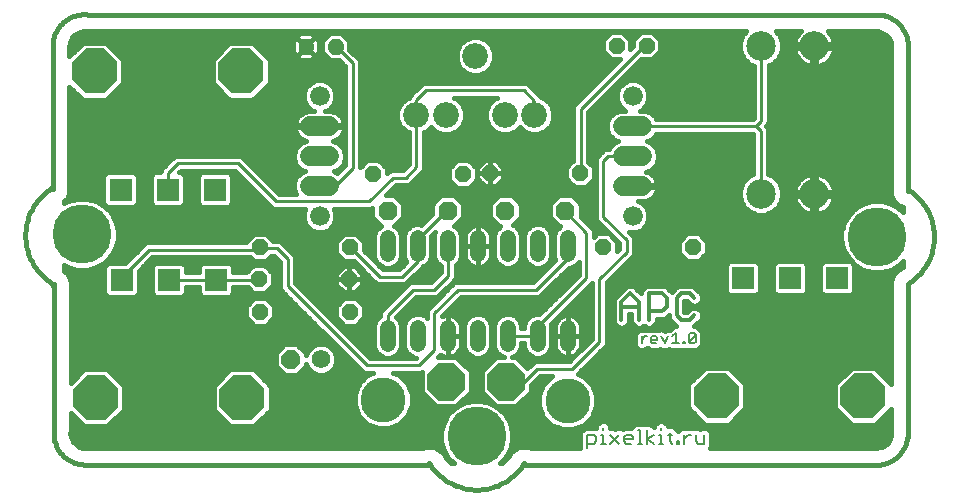
<source format=gtl>
G75*
G70*
%OFA0B0*%
%FSLAX24Y24*%
%IPPOS*%
%LPD*%
%AMOC8*
5,1,8,0,0,1.08239X$1,22.5*
%
%ADD10C,0.0160*%
%ADD11C,0.0120*%
%ADD12C,0.0050*%
%ADD13C,0.0060*%
%ADD14C,0.0520*%
%ADD15OC8,0.0520*%
%ADD16OC8,0.0630*%
%ADD17C,0.0124*%
%ADD18C,0.0620*%
%ADD19OC8,0.1240*%
%ADD20C,0.0984*%
%ADD21R,0.0740X0.0740*%
%ADD22OC8,0.1500*%
%ADD23C,0.0860*%
%ADD24C,0.0650*%
%ADD25C,0.0660*%
%ADD26C,0.0104*%
%ADD27C,0.0100*%
%ADD28C,0.1500*%
%ADD29C,0.1969*%
D10*
X002202Y001021D02*
X013658Y001021D01*
X014133Y001357D02*
X014074Y001451D01*
X013893Y001581D01*
X013676Y001631D01*
X013456Y001594D01*
X013435Y001581D01*
X002307Y001581D01*
X002302Y001583D01*
X002197Y001581D01*
X002189Y001581D01*
X002121Y001584D01*
X001986Y001621D01*
X001867Y001695D01*
X001774Y001799D01*
X001713Y001925D01*
X001691Y002063D01*
X001691Y002072D01*
X001699Y002090D01*
X001699Y002167D01*
X001708Y002243D01*
X001699Y002278D01*
X001699Y002735D01*
X002139Y002295D01*
X002926Y002295D01*
X003482Y002852D01*
X003482Y003639D01*
X002926Y004195D01*
X002139Y004195D01*
X001699Y003755D01*
X001699Y006854D01*
X001699Y007156D01*
X001613Y007362D01*
X001493Y007482D01*
X001493Y007671D01*
X001626Y007594D01*
X001928Y007514D01*
X002239Y007514D01*
X002541Y007594D01*
X002811Y007750D01*
X003031Y007971D01*
X003187Y008241D01*
X003268Y008542D01*
X003268Y008854D01*
X003187Y009155D01*
X003031Y009425D01*
X002811Y009646D01*
X002541Y009801D01*
X002239Y009882D01*
X001928Y009882D01*
X001626Y009801D01*
X001493Y009724D01*
X001493Y009796D01*
X001574Y009877D01*
X001659Y010083D01*
X001659Y013621D01*
X002103Y013177D01*
X002890Y013177D01*
X003447Y013734D01*
X003447Y014521D01*
X002890Y015077D01*
X002103Y015077D01*
X001659Y014633D01*
X001659Y014852D01*
X001661Y014857D01*
X001659Y014962D01*
X001659Y014971D01*
X001663Y015038D01*
X001700Y015173D01*
X001773Y015292D01*
X001877Y015386D01*
X002003Y015446D01*
X002141Y015469D01*
X002151Y015468D01*
X002169Y015461D01*
X002245Y015461D01*
X002322Y015451D01*
X002356Y015461D01*
X024221Y015461D01*
X024122Y015362D01*
X024017Y015108D01*
X024017Y014832D01*
X024122Y014578D01*
X024317Y014383D01*
X024471Y014319D01*
X024471Y012581D01*
X024437Y012546D01*
X021219Y012546D01*
X021200Y012594D01*
X021052Y012741D01*
X020859Y012821D01*
X020667Y012821D01*
X020730Y012847D01*
X020879Y012996D01*
X020960Y013191D01*
X020960Y013402D01*
X020879Y013597D01*
X020730Y013746D01*
X020535Y013826D01*
X020324Y013826D01*
X020130Y013746D01*
X019981Y013597D01*
X019900Y013402D01*
X019900Y013191D01*
X019981Y012996D01*
X020130Y012847D01*
X020192Y012821D01*
X020001Y012821D01*
X019808Y012741D01*
X019660Y012594D01*
X019580Y012401D01*
X019580Y012192D01*
X019660Y011999D01*
X019808Y011851D01*
X019941Y011796D01*
X019808Y011741D01*
X019660Y011594D01*
X019641Y011546D01*
X019553Y011546D01*
X019462Y011508D01*
X019391Y011438D01*
X019234Y011280D01*
X019196Y011189D01*
X019196Y011089D01*
X019196Y009239D01*
X019234Y009147D01*
X019304Y009077D01*
X019983Y008398D01*
X019983Y008211D01*
X019902Y008129D01*
X019902Y008455D01*
X019632Y008725D01*
X019251Y008725D01*
X019144Y008618D01*
X019144Y008787D01*
X019106Y008879D01*
X019036Y008949D01*
X018705Y009281D01*
X018705Y009695D01*
X018403Y009996D01*
X017976Y009996D01*
X017675Y009695D01*
X017675Y009268D01*
X017976Y008966D01*
X018028Y008966D01*
X018008Y008958D01*
X017879Y008829D01*
X017809Y008660D01*
X017809Y007957D01*
X017852Y007852D01*
X017098Y007098D01*
X014653Y007098D01*
X014553Y007098D01*
X014462Y007059D01*
X013674Y006272D01*
X013604Y006202D01*
X013566Y006110D01*
X013566Y005921D01*
X013529Y005958D01*
X013360Y006028D01*
X013177Y006028D01*
X013008Y005958D01*
X012879Y005829D01*
X012809Y005660D01*
X012809Y004957D01*
X012879Y004788D01*
X013008Y004658D01*
X013177Y004588D01*
X013211Y004588D01*
X013200Y004578D01*
X011675Y004578D01*
X009184Y007069D01*
X009184Y007921D01*
X009146Y008013D01*
X009075Y008083D01*
X008791Y008367D01*
X008721Y008437D01*
X008629Y008475D01*
X008441Y008475D01*
X008199Y008717D01*
X007818Y008717D01*
X007549Y008448D01*
X007549Y008429D01*
X004355Y008429D01*
X004256Y008429D01*
X004164Y008391D01*
X003525Y007752D01*
X002946Y007752D01*
X002828Y007635D01*
X002828Y006729D01*
X002946Y006612D01*
X003851Y006612D01*
X003968Y006729D01*
X003968Y007488D01*
X004409Y007929D01*
X007686Y007929D01*
X007818Y007797D01*
X008199Y007797D01*
X008378Y007976D01*
X008476Y007976D01*
X008684Y007768D01*
X008684Y006916D01*
X008722Y006824D01*
X008792Y006754D01*
X011430Y004116D01*
X011522Y004078D01*
X011621Y004078D01*
X011793Y004078D01*
X011585Y003991D01*
X011317Y003724D01*
X011173Y003375D01*
X011173Y002997D01*
X011317Y002648D01*
X011585Y002381D01*
X011934Y002236D01*
X012312Y002236D01*
X012661Y002381D01*
X012928Y002648D01*
X013073Y002997D01*
X013073Y003375D01*
X012928Y003724D01*
X012661Y003991D01*
X012452Y004078D01*
X013354Y004078D01*
X013401Y004098D01*
X013401Y003445D01*
X013882Y002965D01*
X014561Y002965D01*
X015041Y003445D01*
X015041Y004124D01*
X014561Y004605D01*
X013934Y004605D01*
X014017Y004687D01*
X014038Y004672D01*
X014100Y004640D01*
X014165Y004619D01*
X014234Y004608D01*
X014268Y004608D01*
X014268Y005308D01*
X014269Y005308D01*
X014269Y005308D01*
X014708Y005308D01*
X014708Y005014D01*
X014698Y004945D01*
X014676Y004879D01*
X014645Y004818D01*
X014604Y004762D01*
X014555Y004713D01*
X014499Y004672D01*
X014437Y004640D01*
X014372Y004619D01*
X014303Y004608D01*
X014269Y004608D01*
X014269Y005308D01*
X014708Y005308D01*
X014708Y005603D01*
X014698Y005671D01*
X014676Y005737D01*
X014645Y005799D01*
X014604Y005855D01*
X014555Y005904D01*
X014499Y005944D01*
X014437Y005976D01*
X014372Y005997D01*
X014303Y006008D01*
X014269Y006008D01*
X014269Y005309D01*
X014268Y005309D01*
X014268Y006008D01*
X014234Y006008D01*
X014165Y005997D01*
X014100Y005976D01*
X014070Y005961D01*
X014707Y006598D01*
X017152Y006598D01*
X017251Y006598D01*
X017343Y006636D01*
X018296Y007588D01*
X018360Y007588D01*
X018529Y007658D01*
X018644Y007774D01*
X018644Y007345D01*
X017328Y006028D01*
X017177Y006028D01*
X017008Y005958D01*
X016879Y005829D01*
X016809Y005660D01*
X016809Y005558D01*
X016728Y005558D01*
X016728Y005660D01*
X016658Y005829D01*
X016529Y005958D01*
X016360Y006028D01*
X016177Y006028D01*
X016008Y005958D01*
X015879Y005829D01*
X015809Y005660D01*
X015809Y004957D01*
X015879Y004788D01*
X016008Y004658D01*
X016138Y004605D01*
X015882Y004605D01*
X015401Y004124D01*
X015401Y003445D01*
X015882Y002965D01*
X016561Y002965D01*
X017041Y003445D01*
X017041Y003657D01*
X017344Y003960D01*
X017745Y003960D01*
X017726Y003952D01*
X017459Y003685D01*
X017315Y003336D01*
X017315Y002958D01*
X017459Y002609D01*
X017726Y002341D01*
X018076Y002197D01*
X018454Y002197D01*
X018803Y002341D01*
X019070Y002609D01*
X019215Y002958D01*
X019215Y003336D01*
X019070Y003685D01*
X018803Y003952D01*
X018601Y004036D01*
X019469Y004903D01*
X019539Y004974D01*
X019578Y005066D01*
X019578Y007098D01*
X020445Y007966D01*
X020483Y008058D01*
X020483Y008157D01*
X020483Y008451D01*
X020483Y008551D01*
X020445Y008643D01*
X020319Y008769D01*
X020324Y008766D01*
X020535Y008766D01*
X020730Y008847D01*
X020879Y008996D01*
X020960Y009191D01*
X020960Y009402D01*
X020879Y009597D01*
X020730Y009746D01*
X020619Y009792D01*
X020794Y009792D01*
X020873Y009804D01*
X020949Y009829D01*
X021019Y009865D01*
X021084Y009911D01*
X021140Y009968D01*
X021186Y010032D01*
X021223Y010103D01*
X021247Y010178D01*
X021259Y010257D01*
X021259Y010268D01*
X020458Y010268D01*
X020458Y010325D01*
X021259Y010325D01*
X021259Y010336D01*
X021247Y010415D01*
X021223Y010490D01*
X021186Y010561D01*
X021140Y010625D01*
X021084Y010681D01*
X021019Y010728D01*
X020949Y010764D01*
X020888Y010784D01*
X021052Y010851D01*
X021200Y010999D01*
X021279Y011192D01*
X021279Y011401D01*
X021200Y011594D01*
X021052Y011741D01*
X020919Y011796D01*
X021052Y011851D01*
X021200Y011999D01*
X021219Y012046D01*
X024437Y012046D01*
X024459Y012024D01*
X024459Y010693D01*
X024317Y010635D01*
X024122Y010440D01*
X024017Y010186D01*
X024017Y009910D01*
X024122Y009656D01*
X024317Y009461D01*
X024571Y009356D01*
X024847Y009356D01*
X025101Y009461D01*
X025296Y009656D01*
X025401Y009910D01*
X025401Y010186D01*
X025296Y010440D01*
X025101Y010635D01*
X024959Y010693D01*
X024959Y012177D01*
X024921Y012269D01*
X024894Y012296D01*
X024933Y012336D01*
X024971Y012428D01*
X024971Y014329D01*
X025101Y014383D01*
X025296Y014578D01*
X025401Y014832D01*
X025401Y015108D01*
X025296Y015362D01*
X025197Y015461D01*
X026029Y015461D01*
X025983Y015414D01*
X025929Y015344D01*
X025885Y015268D01*
X025851Y015187D01*
X025829Y015101D01*
X025820Y015038D01*
X026421Y015038D01*
X026421Y014902D01*
X025820Y014902D01*
X025829Y014839D01*
X025851Y014754D01*
X025885Y014672D01*
X025929Y014596D01*
X025983Y014526D01*
X026045Y014464D01*
X026115Y014410D01*
X026191Y014366D01*
X026273Y014332D01*
X026358Y014309D01*
X026421Y014301D01*
X026421Y014902D01*
X026557Y014902D01*
X026557Y014301D01*
X026621Y014309D01*
X026706Y014332D01*
X026787Y014366D01*
X026863Y014410D01*
X026933Y014464D01*
X026996Y014526D01*
X027049Y014596D01*
X027093Y014672D01*
X027127Y014754D01*
X027150Y014839D01*
X027158Y014902D01*
X026557Y014902D01*
X026557Y015038D01*
X027158Y015038D01*
X027150Y015101D01*
X027127Y015187D01*
X027093Y015268D01*
X027049Y015344D01*
X026996Y015414D01*
X026949Y015461D01*
X028434Y015461D01*
X028439Y015459D01*
X028544Y015461D01*
X028553Y015461D01*
X028621Y015457D01*
X028756Y015420D01*
X028875Y015347D01*
X028968Y015243D01*
X029029Y015117D01*
X029051Y014979D01*
X029051Y014969D01*
X029043Y014951D01*
X029043Y014874D01*
X029034Y014798D01*
X029043Y014764D01*
X029043Y010241D01*
X029032Y010177D01*
X029043Y010130D01*
X029043Y010043D01*
X029128Y009837D01*
X029286Y009680D01*
X029446Y009614D01*
X029446Y009428D01*
X029307Y009567D01*
X029037Y009723D01*
X028735Y009803D01*
X028424Y009803D01*
X028122Y009723D01*
X027852Y009567D01*
X027632Y009346D01*
X027476Y009076D01*
X027395Y008775D01*
X027395Y008463D01*
X027476Y008162D01*
X027632Y007892D01*
X027852Y007672D01*
X028122Y007516D01*
X028424Y007435D01*
X028735Y007435D01*
X029037Y007516D01*
X029307Y007672D01*
X029446Y007811D01*
X029446Y007623D01*
X029425Y007603D01*
X029335Y007539D01*
X029286Y007519D01*
X029252Y007485D01*
X029212Y007460D01*
X029174Y007407D01*
X029128Y007362D01*
X029110Y007318D01*
X029083Y007279D01*
X029068Y007216D01*
X029043Y007156D01*
X029043Y007108D01*
X029032Y007062D01*
X029043Y006998D01*
X029043Y003723D01*
X028516Y004250D01*
X027729Y004250D01*
X027173Y003694D01*
X027173Y002907D01*
X027729Y002350D01*
X028516Y002350D01*
X029043Y002877D01*
X029043Y002190D01*
X029041Y002185D01*
X029043Y002079D01*
X029043Y002071D01*
X029040Y002003D01*
X029003Y001868D01*
X028929Y001749D01*
X028825Y001656D01*
X028699Y001595D01*
X028561Y001573D01*
X028551Y001573D01*
X028533Y001581D01*
X028457Y001581D01*
X028381Y001590D01*
X028346Y001581D01*
X023010Y001581D01*
X023054Y001625D01*
X023054Y002109D01*
X022919Y002244D01*
X022729Y002244D01*
X022677Y002192D01*
X022626Y002244D01*
X022435Y002244D01*
X022198Y002244D01*
X022052Y002244D01*
X021952Y002144D01*
X021852Y002244D01*
X021778Y002317D01*
X021606Y002317D01*
X021606Y002329D01*
X021472Y002464D01*
X021281Y002464D01*
X021146Y002329D01*
X021146Y002259D01*
X021015Y002390D01*
X020824Y002390D01*
X020803Y002369D01*
X020781Y002390D01*
X020591Y002390D01*
X020517Y002390D01*
X020382Y002256D01*
X020382Y002244D01*
X020321Y002244D01*
X020226Y002244D01*
X020130Y002244D01*
X020105Y002219D01*
X020081Y002244D01*
X019890Y002244D01*
X019839Y002192D01*
X019787Y002244D01*
X019688Y002244D01*
X019688Y002329D01*
X019553Y002464D01*
X019363Y002464D01*
X019228Y002329D01*
X019228Y002244D01*
X019049Y002244D01*
X018829Y002244D01*
X018694Y002109D01*
X018694Y001918D01*
X018694Y001815D01*
X018694Y001625D01*
X018694Y001581D01*
X017031Y001581D01*
X017010Y001594D01*
X016790Y001631D01*
X016573Y001581D01*
X016392Y001451D01*
X016333Y001357D01*
X016249Y001238D01*
X016072Y001060D01*
X016002Y001060D01*
X016181Y001239D01*
X016337Y001509D01*
X016417Y001810D01*
X016417Y002122D01*
X016337Y002423D01*
X016181Y002693D01*
X015960Y002913D01*
X015690Y003069D01*
X015389Y003150D01*
X015077Y003150D01*
X014776Y003069D01*
X014506Y002913D01*
X014285Y002693D01*
X014130Y002423D01*
X014049Y002122D01*
X014049Y001810D01*
X014130Y001509D01*
X014285Y001239D01*
X014464Y001060D01*
X014394Y001060D01*
X014217Y001238D01*
X014133Y001357D01*
X014169Y001306D02*
X014246Y001306D01*
X014307Y001147D02*
X014377Y001147D01*
X014155Y001464D02*
X014056Y001464D01*
X014099Y001623D02*
X013709Y001623D01*
X013629Y001623D02*
X001983Y001623D01*
X001789Y001782D02*
X014056Y001782D01*
X014049Y001940D02*
X001711Y001940D01*
X001699Y002099D02*
X014049Y002099D01*
X014085Y002257D02*
X012363Y002257D01*
X012696Y002416D02*
X014128Y002416D01*
X014217Y002574D02*
X012854Y002574D01*
X012963Y002733D02*
X014325Y002733D01*
X014484Y002891D02*
X013029Y002891D01*
X013073Y003050D02*
X013796Y003050D01*
X013638Y003208D02*
X013073Y003208D01*
X013073Y003367D02*
X013479Y003367D01*
X013401Y003526D02*
X013011Y003526D01*
X012945Y003684D02*
X013401Y003684D01*
X013401Y003843D02*
X012810Y003843D01*
X012638Y004001D02*
X013401Y004001D01*
X013063Y004635D02*
X012474Y004635D01*
X012529Y004658D02*
X012658Y004788D01*
X012728Y004957D01*
X012728Y005660D01*
X012658Y005829D01*
X012550Y005937D01*
X013211Y006598D01*
X013865Y006598D01*
X013957Y006636D01*
X014028Y006706D01*
X014430Y007108D01*
X014500Y007178D01*
X014538Y007270D01*
X014538Y007667D01*
X014658Y007788D01*
X014728Y007957D01*
X014728Y008660D01*
X014658Y008829D01*
X014529Y008958D01*
X014490Y008974D01*
X014783Y009268D01*
X014783Y009695D01*
X014482Y009996D01*
X014055Y009996D01*
X013754Y009695D01*
X013754Y009381D01*
X013389Y009016D01*
X013360Y009028D01*
X013177Y009028D01*
X013008Y008958D01*
X012879Y008829D01*
X012809Y008660D01*
X012809Y007957D01*
X012879Y007788D01*
X012892Y007774D01*
X012649Y007531D01*
X012108Y007531D01*
X011469Y008170D01*
X011469Y008448D01*
X011199Y008717D01*
X010818Y008717D01*
X010549Y008448D01*
X010549Y008066D01*
X010818Y007797D01*
X011135Y007797D01*
X011793Y007139D01*
X011863Y007069D01*
X011955Y007031D01*
X012703Y007031D01*
X012802Y007031D01*
X012894Y007069D01*
X013406Y007581D01*
X013452Y007626D01*
X013529Y007658D01*
X013658Y007788D01*
X013728Y007957D01*
X013728Y008649D01*
X013857Y008777D01*
X013809Y008660D01*
X013809Y007957D01*
X013879Y007788D01*
X014008Y007658D01*
X014038Y007646D01*
X014038Y007424D01*
X013712Y007098D01*
X013057Y007098D01*
X012965Y007059D01*
X012895Y006989D01*
X012057Y006151D01*
X012019Y006059D01*
X012019Y005962D01*
X012008Y005958D01*
X011879Y005829D01*
X011809Y005660D01*
X011809Y004957D01*
X011879Y004788D01*
X012008Y004658D01*
X012177Y004588D01*
X012360Y004588D01*
X012529Y004658D01*
X012661Y004794D02*
X012876Y004794D01*
X012810Y004952D02*
X012727Y004952D01*
X012728Y005111D02*
X012809Y005111D01*
X012809Y005270D02*
X012728Y005270D01*
X012728Y005428D02*
X012809Y005428D01*
X012809Y005587D02*
X012728Y005587D01*
X012693Y005745D02*
X012844Y005745D01*
X012954Y005904D02*
X012583Y005904D01*
X012675Y006062D02*
X013566Y006062D01*
X013623Y006221D02*
X012834Y006221D01*
X012992Y006379D02*
X013781Y006379D01*
X013674Y006272D02*
X013674Y006272D01*
X013940Y006538D02*
X013151Y006538D01*
X012602Y006696D02*
X009557Y006696D01*
X009715Y006538D02*
X010789Y006538D01*
X010826Y006575D02*
X010557Y006306D01*
X010557Y005925D01*
X010826Y005655D01*
X011207Y005655D01*
X011476Y005925D01*
X011476Y006306D01*
X011207Y006575D01*
X010826Y006575D01*
X010803Y006762D02*
X010985Y006762D01*
X011167Y006762D01*
X011425Y007020D01*
X011425Y007202D01*
X011425Y007384D01*
X011167Y007642D01*
X010985Y007642D01*
X010803Y007642D01*
X010545Y007384D01*
X010545Y007202D01*
X010985Y007202D01*
X010985Y007642D01*
X010985Y007202D01*
X010985Y007202D01*
X010985Y007202D01*
X011425Y007202D01*
X010985Y007202D01*
X010985Y007202D01*
X010545Y007202D01*
X010545Y007020D01*
X010803Y006762D01*
X010710Y006855D02*
X009398Y006855D01*
X009239Y007014D02*
X010551Y007014D01*
X010545Y007172D02*
X009184Y007172D01*
X009184Y007331D02*
X010545Y007331D01*
X010650Y007489D02*
X009184Y007489D01*
X009184Y007648D02*
X011284Y007648D01*
X011320Y007489D02*
X011443Y007489D01*
X011425Y007331D02*
X011601Y007331D01*
X011760Y007172D02*
X011425Y007172D01*
X011419Y007014D02*
X012920Y007014D01*
X012998Y007172D02*
X013787Y007172D01*
X013945Y007331D02*
X013156Y007331D01*
X013315Y007489D02*
X014038Y007489D01*
X014033Y007648D02*
X013504Y007648D01*
X013666Y007806D02*
X013871Y007806D01*
X013809Y007965D02*
X013728Y007965D01*
X013728Y008123D02*
X013809Y008123D01*
X013809Y008282D02*
X013728Y008282D01*
X013728Y008440D02*
X013809Y008440D01*
X013809Y008599D02*
X013728Y008599D01*
X013837Y008757D02*
X013849Y008757D01*
X013448Y009075D02*
X012590Y009075D01*
X012529Y008958D02*
X012490Y008974D01*
X012783Y009268D01*
X012783Y009695D01*
X012482Y009996D01*
X012200Y009996D01*
X012541Y010338D01*
X012821Y010338D01*
X012921Y010338D01*
X013012Y010376D01*
X013367Y010730D01*
X013437Y010800D01*
X013475Y010892D01*
X013475Y012096D01*
X013582Y012140D01*
X013717Y012276D01*
X013853Y012140D01*
X014084Y012044D01*
X014335Y012044D01*
X014566Y012140D01*
X014744Y012317D01*
X014839Y012549D01*
X014839Y012800D01*
X014744Y013031D01*
X014566Y013208D01*
X014463Y013251D01*
X015924Y013251D01*
X015821Y013208D01*
X015644Y013031D01*
X015548Y012800D01*
X015548Y012549D01*
X015644Y012317D01*
X015821Y012140D01*
X016053Y012044D01*
X016303Y012044D01*
X016535Y012140D01*
X016670Y012276D01*
X016805Y012140D01*
X017037Y012044D01*
X017288Y012044D01*
X017519Y012140D01*
X017696Y012317D01*
X017792Y012549D01*
X017792Y012800D01*
X017696Y013031D01*
X017519Y013208D01*
X017384Y013264D01*
X017374Y013288D01*
X017020Y013643D01*
X016949Y013713D01*
X016858Y013751D01*
X013590Y013751D01*
X013490Y013751D01*
X013399Y013713D01*
X013084Y013398D01*
X013013Y013328D01*
X012984Y013256D01*
X012868Y013208D01*
X012691Y013031D01*
X012595Y012800D01*
X012595Y012549D01*
X012691Y012317D01*
X012868Y012140D01*
X012975Y012096D01*
X012975Y011046D01*
X012767Y010838D01*
X012388Y010838D01*
X012296Y010800D01*
X012232Y010736D01*
X012232Y010892D01*
X011963Y011162D01*
X011582Y011162D01*
X011349Y010929D01*
X011349Y014343D01*
X011349Y014443D01*
X011311Y014535D01*
X010992Y014854D01*
X010990Y015155D01*
X010718Y015422D01*
X010337Y015420D01*
X010070Y015149D01*
X010073Y014767D01*
X010344Y014500D01*
X010637Y014502D01*
X010849Y014290D01*
X010849Y011006D01*
X010594Y010751D01*
X010486Y010796D01*
X010619Y010851D01*
X010767Y010999D01*
X010846Y011192D01*
X010846Y011401D01*
X010767Y011594D01*
X010619Y011741D01*
X010455Y011809D01*
X010515Y011829D01*
X010586Y011865D01*
X010650Y011911D01*
X010707Y011968D01*
X010753Y012032D01*
X010789Y012103D01*
X010814Y012178D01*
X010826Y012257D01*
X010826Y012268D01*
X010025Y012268D01*
X010025Y012325D01*
X010826Y012325D01*
X010826Y012336D01*
X010814Y012415D01*
X010789Y012490D01*
X010753Y012561D01*
X010707Y012625D01*
X010650Y012681D01*
X010586Y012728D01*
X010515Y012764D01*
X010440Y012789D01*
X010361Y012801D01*
X010186Y012801D01*
X010297Y012847D01*
X010446Y012996D01*
X010527Y013191D01*
X010527Y013402D01*
X010446Y013597D01*
X010297Y013746D01*
X010102Y013826D01*
X009891Y013826D01*
X009697Y013746D01*
X009548Y013597D01*
X009467Y013402D01*
X009467Y013191D01*
X009548Y012996D01*
X009697Y012847D01*
X009808Y012801D01*
X009632Y012801D01*
X009554Y012789D01*
X009478Y012764D01*
X009407Y012728D01*
X009343Y012681D01*
X009287Y012625D01*
X009240Y012561D01*
X009204Y012490D01*
X009180Y012415D01*
X009167Y012336D01*
X009167Y012325D01*
X009968Y012325D01*
X009968Y012268D01*
X009167Y012268D01*
X009167Y012257D01*
X009180Y012178D01*
X009204Y012103D01*
X009240Y012032D01*
X009287Y011968D01*
X009343Y011911D01*
X009407Y011865D01*
X009478Y011829D01*
X009538Y011809D01*
X009375Y011741D01*
X009227Y011594D01*
X009147Y011401D01*
X009147Y011192D01*
X009227Y010999D01*
X009375Y010851D01*
X009508Y010796D01*
X009375Y010741D01*
X009227Y010594D01*
X009147Y010401D01*
X009147Y010192D01*
X009206Y010050D01*
X008644Y010050D01*
X007422Y011272D01*
X007330Y011310D01*
X007231Y011310D01*
X005223Y011310D01*
X005131Y011272D01*
X005061Y011202D01*
X004726Y010867D01*
X004688Y010775D01*
X004688Y010760D01*
X004485Y010760D01*
X004368Y010643D01*
X004368Y009737D01*
X004485Y009620D01*
X005391Y009620D01*
X005508Y009737D01*
X005508Y010643D01*
X005391Y010760D01*
X005326Y010760D01*
X005376Y010810D01*
X007177Y010810D01*
X008328Y009659D01*
X008399Y009588D01*
X008490Y009550D01*
X009528Y009550D01*
X002906Y009550D01*
X002910Y009620D02*
X002793Y009737D01*
X002793Y010643D01*
X002910Y010760D01*
X003816Y010760D01*
X003933Y010643D01*
X003933Y009737D01*
X003816Y009620D01*
X002910Y009620D01*
X002821Y009709D02*
X002701Y009709D01*
X002793Y009867D02*
X002295Y009867D01*
X001872Y009867D02*
X001564Y009867D01*
X001636Y010026D02*
X002793Y010026D01*
X002793Y010184D02*
X001659Y010184D01*
X001659Y010343D02*
X002793Y010343D01*
X002793Y010501D02*
X001659Y010501D01*
X001659Y010660D02*
X002810Y010660D01*
X003916Y010660D02*
X004385Y010660D01*
X004368Y010501D02*
X003933Y010501D01*
X003933Y010343D02*
X004368Y010343D01*
X004368Y010184D02*
X003933Y010184D01*
X003933Y010026D02*
X004368Y010026D01*
X004368Y009867D02*
X003933Y009867D01*
X003904Y009709D02*
X004396Y009709D01*
X005479Y009709D02*
X005971Y009709D01*
X005943Y009737D02*
X006060Y009620D01*
X006965Y009620D01*
X007083Y009737D01*
X007083Y010643D01*
X006965Y010760D01*
X006060Y010760D01*
X005943Y010643D01*
X005943Y009737D01*
X005943Y009867D02*
X005508Y009867D01*
X005508Y010026D02*
X005943Y010026D01*
X005943Y010184D02*
X005508Y010184D01*
X005508Y010343D02*
X005943Y010343D01*
X005943Y010501D02*
X005508Y010501D01*
X005491Y010660D02*
X005960Y010660D01*
X004994Y011136D02*
X001659Y011136D01*
X001659Y011294D02*
X005184Y011294D01*
X004836Y010977D02*
X001659Y010977D01*
X001659Y010819D02*
X004706Y010819D01*
X003050Y009392D02*
X009467Y009392D01*
X009467Y009402D02*
X009467Y009191D01*
X009548Y008996D01*
X009697Y008847D01*
X009891Y008766D01*
X010102Y008766D01*
X010297Y008847D01*
X010446Y008996D01*
X010527Y009191D01*
X010527Y009402D01*
X010465Y009550D01*
X011754Y009550D01*
X011754Y009572D02*
X011754Y009268D01*
X012047Y008974D01*
X012008Y008958D01*
X011879Y008829D01*
X011809Y008660D01*
X011809Y007957D01*
X011879Y007788D01*
X012008Y007658D01*
X012177Y007588D01*
X012360Y007588D01*
X012529Y007658D01*
X012658Y007788D01*
X012728Y007957D01*
X012728Y008660D01*
X012658Y008829D01*
X012529Y008958D01*
X012571Y008916D02*
X012966Y008916D01*
X012849Y008757D02*
X012688Y008757D01*
X012728Y008599D02*
X012809Y008599D01*
X012809Y008440D02*
X012728Y008440D01*
X012728Y008282D02*
X012809Y008282D01*
X012809Y008123D02*
X012728Y008123D01*
X012728Y007965D02*
X012809Y007965D01*
X012871Y007806D02*
X012666Y007806D01*
X012766Y007648D02*
X012504Y007648D01*
X012033Y007648D02*
X011991Y007648D01*
X011871Y007806D02*
X011833Y007806D01*
X011809Y007965D02*
X011674Y007965D01*
X011809Y008123D02*
X011516Y008123D01*
X011469Y008282D02*
X011809Y008282D01*
X011809Y008440D02*
X011469Y008440D01*
X011317Y008599D02*
X011809Y008599D01*
X011849Y008757D02*
X003268Y008757D01*
X003268Y008599D02*
X007700Y008599D01*
X007549Y008440D02*
X003240Y008440D01*
X003198Y008282D02*
X004055Y008282D01*
X003896Y008123D02*
X003119Y008123D01*
X003025Y007965D02*
X003738Y007965D01*
X003579Y007806D02*
X002866Y007806D01*
X002841Y007648D02*
X002633Y007648D01*
X002828Y007489D02*
X001493Y007489D01*
X001493Y007648D02*
X001534Y007648D01*
X001626Y007331D02*
X002828Y007331D01*
X002828Y007172D02*
X001692Y007172D01*
X001699Y007014D02*
X002828Y007014D01*
X002828Y006855D02*
X001699Y006855D01*
X001699Y006696D02*
X002861Y006696D01*
X003935Y006696D02*
X004436Y006696D01*
X004403Y006729D02*
X004520Y006612D01*
X005426Y006612D01*
X005543Y006729D01*
X005543Y006929D01*
X005978Y006929D01*
X005978Y006729D01*
X006095Y006612D01*
X007001Y006612D01*
X007118Y006729D01*
X007118Y006929D01*
X007607Y006929D01*
X007794Y006742D01*
X008176Y006742D01*
X008445Y007011D01*
X008445Y007392D01*
X008176Y007662D01*
X007794Y007662D01*
X007562Y007429D01*
X007118Y007429D01*
X007118Y007635D01*
X007001Y007752D01*
X006095Y007752D01*
X005978Y007635D01*
X005978Y007429D01*
X005543Y007429D01*
X005543Y007635D01*
X005426Y007752D01*
X004520Y007752D01*
X004403Y007635D01*
X004403Y006729D01*
X004403Y006855D02*
X003968Y006855D01*
X003968Y007014D02*
X004403Y007014D01*
X004403Y007172D02*
X003968Y007172D01*
X003968Y007331D02*
X004403Y007331D01*
X004403Y007489D02*
X003969Y007489D01*
X004128Y007648D02*
X004416Y007648D01*
X004286Y007806D02*
X007809Y007806D01*
X007780Y007648D02*
X007105Y007648D01*
X007118Y007489D02*
X007622Y007489D01*
X008190Y007648D02*
X008684Y007648D01*
X008684Y007489D02*
X008348Y007489D01*
X008445Y007331D02*
X008684Y007331D01*
X008684Y007172D02*
X008445Y007172D01*
X008445Y007014D02*
X008684Y007014D01*
X008709Y006855D02*
X008289Y006855D01*
X008850Y006696D02*
X007085Y006696D01*
X007118Y006855D02*
X007681Y006855D01*
X007826Y006575D02*
X007557Y006306D01*
X007557Y005925D01*
X007826Y005655D01*
X008207Y005655D01*
X008476Y005925D01*
X008476Y006306D01*
X008207Y006575D01*
X007826Y006575D01*
X007789Y006538D02*
X001699Y006538D01*
X001699Y006379D02*
X007630Y006379D01*
X007557Y006221D02*
X001699Y006221D01*
X001699Y006062D02*
X007557Y006062D01*
X007578Y005904D02*
X001699Y005904D01*
X001699Y005745D02*
X007736Y005745D01*
X008297Y005745D02*
X009801Y005745D01*
X009959Y005587D02*
X001699Y005587D01*
X001699Y005428D02*
X010118Y005428D01*
X010276Y005270D02*
X001699Y005270D01*
X001699Y005111D02*
X010435Y005111D01*
X010329Y004957D02*
X010142Y005034D01*
X009939Y005034D01*
X009751Y004957D01*
X009608Y004813D01*
X009549Y004671D01*
X009549Y004732D01*
X009248Y005029D01*
X008825Y005026D01*
X008529Y004725D01*
X008532Y004302D01*
X008832Y004006D01*
X009255Y004009D01*
X009552Y004310D01*
X009551Y004372D01*
X009608Y004235D01*
X009751Y004092D01*
X009939Y004014D01*
X010142Y004014D01*
X010329Y004092D01*
X010472Y004235D01*
X010550Y004423D01*
X010550Y004626D01*
X010472Y004813D01*
X010329Y004957D01*
X010333Y004952D02*
X010594Y004952D01*
X010480Y004794D02*
X010752Y004794D01*
X010911Y004635D02*
X010546Y004635D01*
X010550Y004477D02*
X011069Y004477D01*
X011228Y004318D02*
X010507Y004318D01*
X010397Y004160D02*
X011386Y004160D01*
X011608Y004001D02*
X008002Y004001D01*
X008160Y003843D02*
X011436Y003843D01*
X011301Y003684D02*
X008319Y003684D01*
X008364Y003639D02*
X007808Y004195D01*
X007021Y004195D01*
X006464Y003639D01*
X006464Y002852D01*
X007021Y002295D01*
X007808Y002295D01*
X008364Y002852D01*
X008364Y003639D01*
X008364Y003526D02*
X011235Y003526D01*
X011173Y003367D02*
X008364Y003367D01*
X008364Y003208D02*
X011173Y003208D01*
X011173Y003050D02*
X008364Y003050D01*
X008364Y002891D02*
X011217Y002891D01*
X011282Y002733D02*
X008245Y002733D01*
X008087Y002574D02*
X011391Y002574D01*
X011550Y002416D02*
X007928Y002416D01*
X006900Y002416D02*
X003046Y002416D01*
X003205Y002574D02*
X006742Y002574D01*
X006583Y002733D02*
X003363Y002733D01*
X003482Y002891D02*
X006464Y002891D01*
X006464Y003050D02*
X003482Y003050D01*
X003482Y003208D02*
X006464Y003208D01*
X006464Y003367D02*
X003482Y003367D01*
X003482Y003526D02*
X006464Y003526D01*
X006510Y003684D02*
X003437Y003684D01*
X003278Y003843D02*
X006668Y003843D01*
X006827Y004001D02*
X003120Y004001D01*
X002961Y004160D02*
X006985Y004160D01*
X007843Y004160D02*
X008676Y004160D01*
X008532Y004318D02*
X001699Y004318D01*
X001699Y004160D02*
X002103Y004160D01*
X001945Y004001D02*
X001699Y004001D01*
X001699Y003843D02*
X001786Y003843D01*
X001699Y004477D02*
X008530Y004477D01*
X008529Y004635D02*
X001699Y004635D01*
X001699Y004794D02*
X008597Y004794D01*
X008753Y004952D02*
X001699Y004952D01*
X001139Y006966D02*
X001139Y002202D01*
X001704Y002257D02*
X011883Y002257D01*
X014646Y003050D02*
X014743Y003050D01*
X014805Y003208D02*
X015638Y003208D01*
X015724Y003050D02*
X015796Y003050D01*
X015982Y002891D02*
X017342Y002891D01*
X017315Y003050D02*
X016646Y003050D01*
X016805Y003208D02*
X017315Y003208D01*
X017328Y003367D02*
X016963Y003367D01*
X017041Y003526D02*
X017393Y003526D01*
X017459Y003684D02*
X017069Y003684D01*
X017227Y003843D02*
X017617Y003843D01*
X017029Y004351D02*
X016922Y004244D01*
X016561Y004605D01*
X016399Y004605D01*
X016529Y004658D01*
X016658Y004788D01*
X016728Y004957D01*
X016728Y005058D01*
X016809Y005058D01*
X016809Y004957D01*
X016879Y004788D01*
X017008Y004658D01*
X017177Y004588D01*
X017360Y004588D01*
X017529Y004658D01*
X017658Y004788D01*
X017728Y004957D01*
X017728Y005660D01*
X017710Y005704D01*
X019078Y007071D01*
X019078Y005219D01*
X018319Y004460D01*
X017191Y004460D01*
X017099Y004422D01*
X017029Y004351D01*
X016996Y004318D02*
X016847Y004318D01*
X016689Y004477D02*
X018336Y004477D01*
X018303Y004608D02*
X018372Y004619D01*
X018437Y004640D01*
X018499Y004672D01*
X018555Y004713D01*
X018604Y004762D01*
X018645Y004818D01*
X018676Y004879D01*
X018698Y004945D01*
X018708Y005014D01*
X018708Y005308D01*
X018269Y005308D01*
X018269Y005308D01*
X018708Y005308D01*
X018708Y005603D01*
X018698Y005671D01*
X018676Y005737D01*
X018645Y005799D01*
X018604Y005855D01*
X018555Y005904D01*
X018499Y005944D01*
X018437Y005976D01*
X018372Y005997D01*
X018303Y006008D01*
X018269Y006008D01*
X018269Y005309D01*
X018268Y005309D01*
X018268Y006008D01*
X018234Y006008D01*
X018165Y005997D01*
X018100Y005976D01*
X018038Y005944D01*
X017982Y005904D01*
X017933Y005855D01*
X017892Y005799D01*
X017861Y005737D01*
X017839Y005671D01*
X017829Y005603D01*
X017829Y005308D01*
X017829Y005014D01*
X017839Y004945D01*
X017861Y004879D01*
X017892Y004818D01*
X017933Y004762D01*
X017982Y004713D01*
X018038Y004672D01*
X018100Y004640D01*
X018165Y004619D01*
X018234Y004608D01*
X018268Y004608D01*
X018268Y005308D01*
X017829Y005308D01*
X018268Y005308D01*
X018268Y005308D01*
X018269Y005308D01*
X018269Y004608D01*
X018303Y004608D01*
X018269Y004635D02*
X018268Y004635D01*
X018115Y004635D02*
X017474Y004635D01*
X017661Y004794D02*
X017909Y004794D01*
X017838Y004952D02*
X017727Y004952D01*
X017728Y005111D02*
X017829Y005111D01*
X017829Y005270D02*
X017728Y005270D01*
X017728Y005428D02*
X017829Y005428D01*
X017829Y005587D02*
X017728Y005587D01*
X017752Y005745D02*
X017865Y005745D01*
X017910Y005904D02*
X017982Y005904D01*
X018069Y006062D02*
X019078Y006062D01*
X019078Y005904D02*
X018555Y005904D01*
X018672Y005745D02*
X019078Y005745D01*
X019078Y005587D02*
X018708Y005587D01*
X018708Y005428D02*
X019078Y005428D01*
X019078Y005270D02*
X018708Y005270D01*
X018708Y005111D02*
X018970Y005111D01*
X018811Y004952D02*
X018699Y004952D01*
X018653Y004794D02*
X018628Y004794D01*
X018494Y004635D02*
X018422Y004635D01*
X018269Y004794D02*
X018268Y004794D01*
X018268Y004952D02*
X018269Y004952D01*
X018268Y005111D02*
X018269Y005111D01*
X018268Y005270D02*
X018269Y005270D01*
X018268Y005428D02*
X018269Y005428D01*
X018268Y005587D02*
X018269Y005587D01*
X018268Y005745D02*
X018269Y005745D01*
X018268Y005904D02*
X018269Y005904D01*
X018227Y006221D02*
X019078Y006221D01*
X019078Y006379D02*
X018386Y006379D01*
X018545Y006538D02*
X019078Y006538D01*
X019078Y006696D02*
X018703Y006696D01*
X018862Y006855D02*
X019078Y006855D01*
X019078Y007014D02*
X019020Y007014D01*
X019578Y007014D02*
X023537Y007014D01*
X023537Y007172D02*
X019651Y007172D01*
X019810Y007331D02*
X023537Y007331D01*
X023537Y007489D02*
X019968Y007489D01*
X020127Y007648D02*
X023537Y007648D01*
X023537Y007690D02*
X023537Y006784D01*
X023654Y006667D01*
X024560Y006667D01*
X024677Y006784D01*
X024677Y007690D01*
X024560Y007807D01*
X023654Y007807D01*
X023537Y007690D01*
X023653Y007806D02*
X022634Y007806D01*
X022632Y007805D02*
X022902Y008074D01*
X022902Y008455D01*
X022632Y008725D01*
X022251Y008725D01*
X021982Y008455D01*
X021982Y008074D01*
X022251Y007805D01*
X022632Y007805D01*
X022792Y007965D02*
X027590Y007965D01*
X027498Y008123D02*
X022902Y008123D01*
X022902Y008282D02*
X027444Y008282D01*
X027401Y008440D02*
X022902Y008440D01*
X022758Y008599D02*
X027395Y008599D01*
X027395Y008757D02*
X020330Y008757D01*
X020463Y008599D02*
X022125Y008599D01*
X021982Y008440D02*
X020483Y008440D01*
X020483Y008282D02*
X021982Y008282D01*
X021982Y008123D02*
X020483Y008123D01*
X020444Y007965D02*
X022091Y007965D01*
X022250Y007806D02*
X020285Y007806D01*
X019983Y008282D02*
X019902Y008282D01*
X019902Y008440D02*
X019940Y008440D01*
X019782Y008599D02*
X019758Y008599D01*
X019623Y008757D02*
X019144Y008757D01*
X019069Y008916D02*
X019465Y008916D01*
X019306Y009075D02*
X018911Y009075D01*
X018752Y009233D02*
X019198Y009233D01*
X019196Y009392D02*
X018705Y009392D01*
X018705Y009550D02*
X019196Y009550D01*
X019196Y009709D02*
X018691Y009709D01*
X018532Y009867D02*
X019196Y009867D01*
X019196Y010026D02*
X012229Y010026D01*
X012388Y010184D02*
X019196Y010184D01*
X019196Y010343D02*
X018942Y010343D01*
X018876Y010277D02*
X019146Y010547D01*
X019146Y010928D01*
X018955Y011118D01*
X018955Y012776D01*
X020709Y014529D01*
X021089Y014529D01*
X021358Y014799D01*
X021358Y015180D01*
X021089Y015449D01*
X020708Y015449D01*
X020438Y015180D01*
X020438Y014965D01*
X020358Y014885D01*
X020358Y015180D01*
X020089Y015449D01*
X019708Y015449D01*
X019438Y015180D01*
X019438Y014799D01*
X019708Y014529D01*
X020002Y014529D01*
X018494Y013021D01*
X018456Y012929D01*
X018456Y012829D01*
X018456Y011158D01*
X018226Y010928D01*
X018226Y010547D01*
X018495Y010277D01*
X018876Y010277D01*
X019100Y010501D02*
X019196Y010501D01*
X019196Y010660D02*
X019146Y010660D01*
X019146Y010819D02*
X019196Y010819D01*
X019196Y010977D02*
X019097Y010977D01*
X019196Y011136D02*
X018955Y011136D01*
X018955Y011294D02*
X019247Y011294D01*
X019406Y011453D02*
X018955Y011453D01*
X018955Y011611D02*
X019678Y011611D01*
X019877Y011770D02*
X018955Y011770D01*
X018955Y011928D02*
X019731Y011928D01*
X019624Y012087D02*
X018955Y012087D01*
X018955Y012245D02*
X019580Y012245D01*
X019582Y012404D02*
X018955Y012404D01*
X018955Y012563D02*
X019647Y012563D01*
X019788Y012721D02*
X018955Y012721D01*
X019060Y012880D02*
X020097Y012880D01*
X019963Y013038D02*
X019218Y013038D01*
X019377Y013197D02*
X019900Y013197D01*
X019900Y013355D02*
X019535Y013355D01*
X019694Y013514D02*
X019946Y013514D01*
X019852Y013672D02*
X020056Y013672D01*
X020011Y013831D02*
X024471Y013831D01*
X024471Y013989D02*
X020169Y013989D01*
X020328Y014148D02*
X024471Y014148D01*
X024471Y014306D02*
X020486Y014306D01*
X020645Y014465D02*
X024235Y014465D01*
X024104Y014624D02*
X021183Y014624D01*
X021342Y014782D02*
X024038Y014782D01*
X024017Y014941D02*
X021358Y014941D01*
X021358Y015099D02*
X024017Y015099D01*
X024079Y015258D02*
X021280Y015258D01*
X021122Y015416D02*
X024177Y015416D01*
X025242Y015416D02*
X025985Y015416D01*
X025881Y015258D02*
X025339Y015258D01*
X025401Y015099D02*
X025828Y015099D01*
X025844Y014782D02*
X025380Y014782D01*
X025401Y014941D02*
X026421Y014941D01*
X026557Y014941D02*
X029043Y014941D01*
X029031Y015099D02*
X027150Y015099D01*
X027098Y015258D02*
X028955Y015258D01*
X028762Y015416D02*
X026993Y015416D01*
X027135Y014782D02*
X029038Y014782D01*
X029043Y014624D02*
X027065Y014624D01*
X026935Y014465D02*
X029043Y014465D01*
X029043Y014306D02*
X026598Y014306D01*
X026557Y014306D02*
X026421Y014306D01*
X026380Y014306D02*
X024971Y014306D01*
X024971Y014148D02*
X029043Y014148D01*
X029043Y013989D02*
X024971Y013989D01*
X024971Y013831D02*
X029043Y013831D01*
X029043Y013672D02*
X024971Y013672D01*
X024971Y013514D02*
X029043Y013514D01*
X029043Y013355D02*
X024971Y013355D01*
X024971Y013197D02*
X029043Y013197D01*
X029043Y013038D02*
X024971Y013038D01*
X024971Y012880D02*
X029043Y012880D01*
X029043Y012721D02*
X024971Y012721D01*
X024971Y012563D02*
X029043Y012563D01*
X029043Y012404D02*
X024961Y012404D01*
X024931Y012245D02*
X029043Y012245D01*
X029043Y012087D02*
X024959Y012087D01*
X024959Y011928D02*
X029043Y011928D01*
X029043Y011770D02*
X024959Y011770D01*
X024959Y011611D02*
X029043Y011611D01*
X029043Y011453D02*
X024959Y011453D01*
X024959Y011294D02*
X029043Y011294D01*
X029043Y011136D02*
X024959Y011136D01*
X024959Y010977D02*
X029043Y010977D01*
X029043Y010819D02*
X024959Y010819D01*
X025040Y010660D02*
X026211Y010660D01*
X026191Y010652D02*
X026115Y010608D01*
X026045Y010554D01*
X025983Y010492D01*
X025929Y010422D01*
X025885Y010346D01*
X025851Y010264D01*
X025829Y010179D01*
X025820Y010116D01*
X026421Y010116D01*
X026421Y009980D01*
X025820Y009980D01*
X025829Y009916D01*
X025851Y009831D01*
X025885Y009750D01*
X025929Y009674D01*
X025983Y009604D01*
X026045Y009541D01*
X026115Y009488D01*
X026191Y009444D01*
X026273Y009410D01*
X026358Y009387D01*
X026421Y009379D01*
X026421Y009980D01*
X026557Y009980D01*
X026557Y010116D01*
X026421Y010116D01*
X026421Y010717D01*
X026358Y010708D01*
X026273Y010686D01*
X026191Y010652D01*
X026421Y010660D02*
X026557Y010660D01*
X026557Y010717D02*
X026557Y010116D01*
X027158Y010116D01*
X027150Y010179D01*
X027127Y010264D01*
X027093Y010346D01*
X027049Y010422D01*
X026996Y010492D01*
X026933Y010554D01*
X026863Y010608D01*
X026787Y010652D01*
X026706Y010686D01*
X026621Y010708D01*
X026557Y010717D01*
X026557Y010501D02*
X026421Y010501D01*
X026421Y010343D02*
X026557Y010343D01*
X026557Y010184D02*
X026421Y010184D01*
X026421Y010026D02*
X025401Y010026D01*
X025401Y010184D02*
X025830Y010184D01*
X025884Y010343D02*
X025336Y010343D01*
X025234Y010501D02*
X025992Y010501D01*
X026557Y010026D02*
X029050Y010026D01*
X029034Y010184D02*
X027148Y010184D01*
X027094Y010343D02*
X029043Y010343D01*
X029043Y010501D02*
X026986Y010501D01*
X026768Y010660D02*
X029043Y010660D01*
X029603Y010155D02*
X029603Y014840D01*
X029609Y014904D01*
X029611Y014968D01*
X029609Y015033D01*
X029603Y015097D01*
X029594Y015160D01*
X029580Y015223D01*
X029563Y015285D01*
X029542Y015346D01*
X029517Y015405D01*
X029488Y015463D01*
X029456Y015519D01*
X029421Y015572D01*
X029383Y015624D01*
X029341Y015673D01*
X029297Y015720D01*
X029250Y015763D01*
X029200Y015804D01*
X029148Y015841D01*
X029093Y015876D01*
X029037Y015907D01*
X028979Y015934D01*
X028919Y015958D01*
X028858Y015978D01*
X028796Y015994D01*
X028732Y016007D01*
X028669Y016015D01*
X028605Y016020D01*
X028540Y016021D01*
X002280Y016021D01*
X001941Y015416D02*
X010334Y015416D01*
X010178Y015258D02*
X009860Y015258D01*
X009850Y015267D02*
X009980Y015140D01*
X009982Y014775D01*
X009855Y014646D01*
X009542Y014954D01*
X009541Y014954D01*
X009232Y014641D01*
X009103Y014769D01*
X009100Y015134D01*
X009228Y015263D01*
X009541Y014954D01*
X009541Y014954D01*
X009232Y014641D01*
X009362Y014513D01*
X009727Y014516D01*
X009854Y014645D01*
X009541Y014954D01*
X009541Y014955D01*
X009228Y015263D01*
X009356Y015393D01*
X009720Y015396D01*
X009850Y015268D01*
X009541Y014955D01*
X009542Y014954D01*
X009850Y015267D01*
X009841Y015258D02*
X009840Y015258D01*
X009980Y015099D02*
X010070Y015099D01*
X010071Y014941D02*
X009981Y014941D01*
X009982Y014782D02*
X010072Y014782D01*
X010218Y014624D02*
X009833Y014624D01*
X009716Y014782D02*
X009716Y014782D01*
X009555Y014941D02*
X009555Y014941D01*
X009528Y014941D02*
X009527Y014941D01*
X009394Y015099D02*
X009394Y015099D01*
X009234Y015258D02*
X009233Y015258D01*
X009223Y015258D02*
X001752Y015258D01*
X001679Y015099D02*
X009100Y015099D01*
X009101Y014941D02*
X007909Y014941D01*
X007772Y015077D02*
X006985Y015077D01*
X006429Y014521D01*
X006429Y013734D01*
X006985Y013177D01*
X007772Y013177D01*
X008329Y013734D01*
X008329Y014521D01*
X007772Y015077D01*
X008067Y014782D02*
X009102Y014782D01*
X009250Y014624D02*
X008226Y014624D01*
X008329Y014465D02*
X010674Y014465D01*
X010832Y014306D02*
X008329Y014306D01*
X008329Y014148D02*
X010849Y014148D01*
X010849Y013989D02*
X008329Y013989D01*
X008329Y013831D02*
X010849Y013831D01*
X010849Y013672D02*
X010370Y013672D01*
X010480Y013514D02*
X010849Y013514D01*
X010849Y013355D02*
X010527Y013355D01*
X010527Y013197D02*
X010849Y013197D01*
X010849Y013038D02*
X010464Y013038D01*
X010330Y012880D02*
X010849Y012880D01*
X010849Y012721D02*
X010596Y012721D01*
X010752Y012563D02*
X010849Y012563D01*
X010849Y012404D02*
X010816Y012404D01*
X010825Y012245D02*
X010849Y012245D01*
X010849Y012087D02*
X010781Y012087D01*
X010849Y011928D02*
X010667Y011928D01*
X010550Y011770D02*
X010849Y011770D01*
X010849Y011611D02*
X010749Y011611D01*
X010825Y011453D02*
X010849Y011453D01*
X010846Y011294D02*
X010849Y011294D01*
X010849Y011136D02*
X010823Y011136D01*
X010820Y010977D02*
X010745Y010977D01*
X010662Y010819D02*
X010539Y010819D01*
X011349Y010977D02*
X011397Y010977D01*
X011349Y011136D02*
X011556Y011136D01*
X011349Y011294D02*
X012975Y011294D01*
X012975Y011136D02*
X011989Y011136D01*
X012148Y010977D02*
X012907Y010977D01*
X013445Y010819D02*
X014312Y010819D01*
X014312Y010892D02*
X014312Y010511D01*
X014582Y010242D01*
X014963Y010242D01*
X015232Y010511D01*
X015232Y010892D01*
X014963Y011162D01*
X014582Y011162D01*
X014312Y010892D01*
X014397Y010977D02*
X013475Y010977D01*
X013475Y011136D02*
X014556Y011136D01*
X014989Y011136D02*
X015462Y011136D01*
X015504Y011177D02*
X015246Y010920D01*
X015246Y010737D01*
X015246Y010555D01*
X015504Y010297D01*
X015686Y010297D01*
X015868Y010297D01*
X016126Y010555D01*
X016126Y010737D01*
X015686Y010737D01*
X015686Y010297D01*
X015686Y010737D01*
X015686Y010737D01*
X015686Y010737D01*
X016126Y010737D01*
X016126Y010920D01*
X015868Y011177D01*
X015686Y011177D01*
X015686Y010738D01*
X015686Y010738D01*
X015686Y011177D01*
X015504Y011177D01*
X015686Y011136D02*
X015686Y011136D01*
X015686Y010977D02*
X015686Y010977D01*
X015686Y010819D02*
X015686Y010819D01*
X015685Y010737D02*
X015685Y010737D01*
X015246Y010737D01*
X015685Y010737D01*
X015686Y010660D02*
X015686Y010660D01*
X015686Y010501D02*
X015686Y010501D01*
X015686Y010343D02*
X015686Y010343D01*
X015914Y010343D02*
X018430Y010343D01*
X018271Y010501D02*
X016072Y010501D01*
X016126Y010660D02*
X018226Y010660D01*
X018226Y010819D02*
X016126Y010819D01*
X016068Y010977D02*
X018275Y010977D01*
X018434Y011136D02*
X015910Y011136D01*
X015303Y010977D02*
X015148Y010977D01*
X015232Y010819D02*
X015246Y010819D01*
X015232Y010660D02*
X015246Y010660D01*
X015223Y010501D02*
X015299Y010501D01*
X015458Y010343D02*
X015064Y010343D01*
X014481Y010343D02*
X012933Y010343D01*
X013138Y010501D02*
X014322Y010501D01*
X014312Y010660D02*
X013297Y010660D01*
X012342Y010819D02*
X012232Y010819D01*
X012975Y011453D02*
X011349Y011453D01*
X011349Y011611D02*
X012975Y011611D01*
X012975Y011770D02*
X011349Y011770D01*
X011349Y011928D02*
X012975Y011928D01*
X012975Y012087D02*
X011349Y012087D01*
X011349Y012245D02*
X012763Y012245D01*
X012655Y012404D02*
X011349Y012404D01*
X011349Y012563D02*
X012595Y012563D01*
X012595Y012721D02*
X011349Y012721D01*
X011349Y012880D02*
X012628Y012880D01*
X012698Y013038D02*
X011349Y013038D01*
X011349Y013197D02*
X012857Y013197D01*
X013041Y013355D02*
X011349Y013355D01*
X011349Y013514D02*
X013199Y013514D01*
X013358Y013672D02*
X011349Y013672D01*
X011349Y013831D02*
X019304Y013831D01*
X019462Y013989D02*
X011349Y013989D01*
X011349Y014148D02*
X014798Y014148D01*
X014837Y014109D02*
X015068Y014013D01*
X015319Y014013D01*
X015551Y014109D01*
X015728Y014286D01*
X015824Y014517D01*
X015824Y014768D01*
X015728Y015000D01*
X015551Y015177D01*
X015319Y015273D01*
X015068Y015273D01*
X014837Y015177D01*
X014660Y015000D01*
X014564Y014768D01*
X014564Y014517D01*
X014660Y014286D01*
X014837Y014109D01*
X014651Y014306D02*
X011349Y014306D01*
X011340Y014465D02*
X014585Y014465D01*
X014564Y014624D02*
X011222Y014624D01*
X011064Y014782D02*
X014570Y014782D01*
X014635Y014941D02*
X010991Y014941D01*
X010990Y015099D02*
X014759Y015099D01*
X015032Y015258D02*
X010886Y015258D01*
X010725Y015416D02*
X019675Y015416D01*
X019516Y015258D02*
X015355Y015258D01*
X015628Y015099D02*
X019438Y015099D01*
X019438Y014941D02*
X015752Y014941D01*
X015818Y014782D02*
X019455Y014782D01*
X019614Y014624D02*
X015824Y014624D01*
X015802Y014465D02*
X019938Y014465D01*
X019779Y014306D02*
X015736Y014306D01*
X015590Y014148D02*
X019621Y014148D01*
X019145Y013672D02*
X016990Y013672D01*
X017149Y013514D02*
X018987Y013514D01*
X018828Y013355D02*
X017307Y013355D01*
X017531Y013197D02*
X018670Y013197D01*
X018511Y013038D02*
X017689Y013038D01*
X017759Y012880D02*
X018456Y012880D01*
X018456Y012721D02*
X017792Y012721D01*
X017792Y012563D02*
X018456Y012563D01*
X018456Y012404D02*
X017732Y012404D01*
X017624Y012245D02*
X018456Y012245D01*
X018456Y012087D02*
X017390Y012087D01*
X016934Y012087D02*
X016406Y012087D01*
X016640Y012245D02*
X016700Y012245D01*
X015950Y012087D02*
X014437Y012087D01*
X014671Y012245D02*
X015716Y012245D01*
X015608Y012404D02*
X014779Y012404D01*
X014839Y012563D02*
X015548Y012563D01*
X015548Y012721D02*
X014839Y012721D01*
X014806Y012880D02*
X015581Y012880D01*
X015651Y013038D02*
X014737Y013038D01*
X014578Y013197D02*
X015809Y013197D01*
X013981Y012087D02*
X013475Y012087D01*
X013475Y011928D02*
X018456Y011928D01*
X018456Y011770D02*
X013475Y011770D01*
X013475Y011611D02*
X018456Y011611D01*
X018456Y011453D02*
X013475Y011453D01*
X013475Y011294D02*
X018456Y011294D01*
X016705Y009695D02*
X016403Y009996D01*
X015976Y009996D01*
X015675Y009695D01*
X015675Y009268D01*
X015976Y008966D01*
X016028Y008966D01*
X016008Y008958D01*
X015879Y008829D01*
X015809Y008660D01*
X015809Y007957D01*
X015879Y007788D01*
X016008Y007658D01*
X016177Y007588D01*
X016360Y007588D01*
X016529Y007658D01*
X016658Y007788D01*
X016728Y007957D01*
X016728Y008660D01*
X016658Y008829D01*
X016529Y008958D01*
X016434Y008997D01*
X016705Y009268D01*
X016705Y009695D01*
X016691Y009709D02*
X017689Y009709D01*
X017675Y009550D02*
X016705Y009550D01*
X016705Y009392D02*
X017675Y009392D01*
X017710Y009233D02*
X016670Y009233D01*
X016511Y009075D02*
X017868Y009075D01*
X017966Y008916D02*
X017571Y008916D01*
X017529Y008958D02*
X017360Y009028D01*
X017177Y009028D01*
X017008Y008958D01*
X016879Y008829D01*
X016809Y008660D01*
X016809Y007957D01*
X016879Y007788D01*
X017008Y007658D01*
X017177Y007588D01*
X017360Y007588D01*
X017529Y007658D01*
X017658Y007788D01*
X017728Y007957D01*
X017728Y008660D01*
X017658Y008829D01*
X017529Y008958D01*
X017688Y008757D02*
X017849Y008757D01*
X017809Y008599D02*
X017728Y008599D01*
X017728Y008440D02*
X017809Y008440D01*
X017809Y008282D02*
X017728Y008282D01*
X017728Y008123D02*
X017809Y008123D01*
X017809Y007965D02*
X017728Y007965D01*
X017666Y007806D02*
X017807Y007806D01*
X017648Y007648D02*
X017504Y007648D01*
X017490Y007489D02*
X014538Y007489D01*
X014538Y007331D02*
X017331Y007331D01*
X017173Y007172D02*
X014494Y007172D01*
X014416Y007014D02*
X014335Y007014D01*
X014257Y006855D02*
X014177Y006855D01*
X014099Y006696D02*
X014018Y006696D01*
X014488Y006379D02*
X017679Y006379D01*
X017521Y006221D02*
X014330Y006221D01*
X014171Y006062D02*
X017362Y006062D01*
X016954Y005904D02*
X016583Y005904D01*
X016693Y005745D02*
X016844Y005745D01*
X016809Y005587D02*
X016728Y005587D01*
X015954Y005904D02*
X015583Y005904D01*
X015529Y005958D02*
X015360Y006028D01*
X015177Y006028D01*
X015008Y005958D01*
X014879Y005829D01*
X014809Y005660D01*
X014809Y004957D01*
X014879Y004788D01*
X015008Y004658D01*
X015177Y004588D01*
X015360Y004588D01*
X015529Y004658D01*
X015658Y004788D01*
X015728Y004957D01*
X015728Y005660D01*
X015658Y005829D01*
X015529Y005958D01*
X015693Y005745D02*
X015844Y005745D01*
X015809Y005587D02*
X015728Y005587D01*
X015728Y005428D02*
X015809Y005428D01*
X015809Y005270D02*
X015728Y005270D01*
X015728Y005111D02*
X015809Y005111D01*
X015810Y004952D02*
X015727Y004952D01*
X015661Y004794D02*
X015876Y004794D01*
X016063Y004635D02*
X015474Y004635D01*
X015754Y004477D02*
X014689Y004477D01*
X014847Y004318D02*
X015595Y004318D01*
X015437Y004160D02*
X015006Y004160D01*
X015041Y004001D02*
X015401Y004001D01*
X015401Y003843D02*
X015041Y003843D01*
X015041Y003684D02*
X015401Y003684D01*
X015401Y003526D02*
X015041Y003526D01*
X014963Y003367D02*
X015479Y003367D01*
X016141Y002733D02*
X017408Y002733D01*
X017494Y002574D02*
X016249Y002574D01*
X016338Y002416D02*
X017652Y002416D01*
X017930Y002257D02*
X016381Y002257D01*
X016417Y002099D02*
X018694Y002099D01*
X018694Y001940D02*
X016417Y001940D01*
X016410Y001782D02*
X018694Y001782D01*
X018694Y001623D02*
X016837Y001623D01*
X016757Y001623D02*
X016367Y001623D01*
X016410Y001464D02*
X016311Y001464D01*
X016297Y001306D02*
X016220Y001306D01*
X016159Y001147D02*
X016090Y001147D01*
X016808Y001021D02*
X028422Y001021D01*
X028757Y001623D02*
X023052Y001623D01*
X023054Y001782D02*
X028949Y001782D01*
X029022Y001940D02*
X023054Y001940D01*
X023054Y002099D02*
X029043Y002099D01*
X029043Y002257D02*
X021838Y002257D01*
X021520Y002416D02*
X022782Y002416D01*
X022847Y002350D02*
X023634Y002350D01*
X024191Y002907D01*
X024191Y003694D01*
X023634Y004250D01*
X022847Y004250D01*
X022291Y003694D01*
X022291Y002907D01*
X022847Y002350D01*
X022623Y002574D02*
X019036Y002574D01*
X019121Y002733D02*
X022465Y002733D01*
X022306Y002891D02*
X019187Y002891D01*
X019215Y003050D02*
X022291Y003050D01*
X022291Y003208D02*
X019215Y003208D01*
X019202Y003367D02*
X022291Y003367D01*
X022291Y003526D02*
X019136Y003526D01*
X019070Y003684D02*
X022291Y003684D01*
X022440Y003843D02*
X018912Y003843D01*
X018684Y004001D02*
X022598Y004001D01*
X022757Y004160D02*
X018726Y004160D01*
X018884Y004318D02*
X029043Y004318D01*
X029043Y004160D02*
X028607Y004160D01*
X028765Y004001D02*
X029043Y004001D01*
X029043Y003843D02*
X028924Y003843D01*
X029043Y004477D02*
X019043Y004477D01*
X019201Y004635D02*
X029043Y004635D01*
X029043Y004794D02*
X019360Y004794D01*
X019518Y004952D02*
X020521Y004952D01*
X020506Y004968D02*
X020637Y004837D01*
X020824Y004837D01*
X020910Y004923D01*
X020939Y004894D01*
X020997Y004837D01*
X021183Y004837D01*
X021298Y004837D01*
X021346Y004885D01*
X021350Y004878D01*
X021423Y004853D01*
X021492Y004819D01*
X021510Y004824D01*
X021527Y004819D01*
X021596Y004853D01*
X021635Y004866D01*
X021664Y004837D01*
X022027Y004837D01*
X022265Y004837D01*
X022452Y004837D01*
X022566Y004837D01*
X022698Y004968D01*
X022756Y005026D01*
X022756Y005212D01*
X022756Y005255D01*
X022756Y005441D01*
X022748Y005449D01*
X022624Y005573D01*
X022566Y005630D01*
X022492Y005630D01*
X022706Y005844D01*
X022745Y005940D01*
X022745Y006043D01*
X022706Y006139D01*
X022633Y006212D01*
X022537Y006251D01*
X022434Y006251D01*
X022338Y006212D01*
X022231Y006105D01*
X022158Y006105D01*
X022158Y006465D01*
X022231Y006465D01*
X022338Y006358D01*
X022434Y006319D01*
X022537Y006319D01*
X022633Y006358D01*
X022706Y006431D01*
X022745Y006527D01*
X022745Y006630D01*
X022706Y006726D01*
X022559Y006873D01*
X022486Y006946D01*
X022390Y006985D01*
X022097Y006985D01*
X021993Y006985D01*
X021953Y006968D01*
X021898Y006946D01*
X021898Y006946D01*
X021894Y006942D01*
X021825Y006873D01*
X021825Y006873D01*
X021732Y006779D01*
X021712Y006799D01*
X021565Y006946D01*
X021470Y006985D01*
X021366Y006985D01*
X020926Y006985D01*
X020830Y006946D01*
X020757Y006873D01*
X020718Y006777D01*
X020718Y006726D01*
X020498Y006946D01*
X020402Y006985D01*
X020299Y006985D01*
X020203Y006946D01*
X020130Y006873D01*
X019836Y006579D01*
X019797Y006483D01*
X019797Y006380D01*
X019797Y006337D01*
X019797Y006233D01*
X019797Y005793D01*
X019836Y005697D01*
X019910Y005624D01*
X020005Y005585D01*
X020109Y005585D01*
X020204Y005624D01*
X020277Y005697D01*
X020317Y005793D01*
X020317Y006025D01*
X020384Y006025D01*
X020384Y005793D01*
X020424Y005697D01*
X020497Y005624D01*
X020592Y005585D01*
X020696Y005585D01*
X020791Y005624D01*
X020811Y005644D01*
X020830Y005624D01*
X020926Y005585D01*
X021029Y005585D01*
X021125Y005624D01*
X021198Y005697D01*
X021238Y005793D01*
X021238Y005878D01*
X021470Y005878D01*
X021565Y005918D01*
X021569Y005921D01*
X021638Y005991D01*
X021638Y005940D01*
X021678Y005844D01*
X021825Y005697D01*
X021892Y005630D01*
X021779Y005630D01*
X021698Y005549D01*
X021669Y005520D01*
X021642Y005534D01*
X021510Y005490D01*
X021378Y005534D01*
X021312Y005501D01*
X021298Y005516D01*
X021111Y005516D01*
X020997Y005516D01*
X020996Y005515D01*
X020996Y005516D01*
X020752Y005516D01*
X020637Y005516D01*
X020506Y005384D01*
X020506Y005269D01*
X020506Y005083D01*
X020506Y004968D01*
X020506Y005111D02*
X019578Y005111D01*
X019578Y005270D02*
X020506Y005270D01*
X020550Y005428D02*
X019578Y005428D01*
X019578Y005587D02*
X020000Y005587D01*
X020113Y005587D02*
X020587Y005587D01*
X020701Y005587D02*
X020921Y005587D01*
X021034Y005587D02*
X021735Y005587D01*
X021779Y005630D02*
X021779Y005630D01*
X021777Y005745D02*
X021218Y005745D01*
X021531Y005904D02*
X021653Y005904D01*
X022158Y006221D02*
X022360Y006221D01*
X022317Y006379D02*
X022158Y006379D01*
X022611Y006221D02*
X029043Y006221D01*
X029043Y006379D02*
X022654Y006379D01*
X022745Y006538D02*
X029043Y006538D01*
X029043Y006696D02*
X027739Y006696D01*
X027710Y006667D02*
X027827Y006784D01*
X027827Y007690D01*
X027710Y007807D01*
X026804Y007807D01*
X026687Y007690D01*
X026687Y006784D01*
X026804Y006667D01*
X027710Y006667D01*
X027827Y006855D02*
X029043Y006855D01*
X029041Y007014D02*
X027827Y007014D01*
X027827Y007172D02*
X029050Y007172D01*
X029116Y007331D02*
X027827Y007331D01*
X027827Y007489D02*
X028221Y007489D01*
X027894Y007648D02*
X027827Y007648D01*
X027718Y007806D02*
X027711Y007806D01*
X026803Y007806D02*
X026136Y007806D01*
X026135Y007807D02*
X026252Y007690D01*
X026252Y006784D01*
X026135Y006667D01*
X025229Y006667D01*
X025112Y006784D01*
X025112Y007690D01*
X025229Y007807D01*
X026135Y007807D01*
X026252Y007648D02*
X026687Y007648D01*
X026687Y007489D02*
X026252Y007489D01*
X026252Y007331D02*
X026687Y007331D01*
X026687Y007172D02*
X026252Y007172D01*
X026252Y007014D02*
X026687Y007014D01*
X026687Y006855D02*
X026252Y006855D01*
X026164Y006696D02*
X026775Y006696D01*
X025200Y006696D02*
X024589Y006696D01*
X024677Y006855D02*
X025112Y006855D01*
X025112Y007014D02*
X024677Y007014D01*
X024677Y007172D02*
X025112Y007172D01*
X025112Y007331D02*
X024677Y007331D01*
X024677Y007489D02*
X025112Y007489D01*
X025112Y007648D02*
X024677Y007648D01*
X024561Y007806D02*
X025228Y007806D01*
X023537Y006855D02*
X022577Y006855D01*
X022718Y006696D02*
X023625Y006696D01*
X022738Y006062D02*
X029043Y006062D01*
X029043Y005904D02*
X022731Y005904D01*
X022607Y005745D02*
X029043Y005745D01*
X029043Y005587D02*
X022610Y005587D01*
X022756Y005428D02*
X029043Y005428D01*
X029043Y005270D02*
X022756Y005270D01*
X022756Y005111D02*
X029043Y005111D01*
X029043Y004952D02*
X022682Y004952D01*
X023725Y004160D02*
X027639Y004160D01*
X027480Y004001D02*
X023884Y004001D01*
X024042Y003843D02*
X027322Y003843D01*
X027173Y003684D02*
X024191Y003684D01*
X024191Y003526D02*
X027173Y003526D01*
X027173Y003367D02*
X024191Y003367D01*
X024191Y003208D02*
X027173Y003208D01*
X027173Y003050D02*
X024191Y003050D01*
X024175Y002891D02*
X027188Y002891D01*
X027347Y002733D02*
X024017Y002733D01*
X023858Y002574D02*
X027505Y002574D01*
X027664Y002416D02*
X023700Y002416D01*
X022198Y002244D02*
X022198Y002244D01*
X021233Y002416D02*
X019601Y002416D01*
X019688Y002257D02*
X020384Y002257D01*
X020321Y002244D02*
X020321Y002244D01*
X020130Y002244D02*
X020130Y002244D01*
X020130Y002244D01*
X019315Y002416D02*
X018877Y002416D01*
X018599Y002257D02*
X019228Y002257D01*
X017063Y004635D02*
X016474Y004635D01*
X016661Y004794D02*
X016876Y004794D01*
X016810Y004952D02*
X016727Y004952D01*
X015063Y004635D02*
X014422Y004635D01*
X014269Y004635D02*
X014268Y004635D01*
X014115Y004635D02*
X013965Y004635D01*
X014268Y004794D02*
X014269Y004794D01*
X014268Y004952D02*
X014269Y004952D01*
X014268Y005111D02*
X014269Y005111D01*
X014268Y005270D02*
X014269Y005270D01*
X014268Y005428D02*
X014269Y005428D01*
X014268Y005587D02*
X014269Y005587D01*
X014268Y005745D02*
X014269Y005745D01*
X014268Y005904D02*
X014269Y005904D01*
X014555Y005904D02*
X014954Y005904D01*
X014844Y005745D02*
X014672Y005745D01*
X014708Y005587D02*
X014809Y005587D01*
X014809Y005428D02*
X014708Y005428D01*
X014708Y005270D02*
X014809Y005270D01*
X014809Y005111D02*
X014708Y005111D01*
X014699Y004952D02*
X014810Y004952D01*
X014876Y004794D02*
X014628Y004794D01*
X012063Y004635D02*
X011618Y004635D01*
X011459Y004794D02*
X011876Y004794D01*
X011810Y004952D02*
X011301Y004952D01*
X011142Y005111D02*
X011809Y005111D01*
X011809Y005270D02*
X010983Y005270D01*
X010825Y005428D02*
X011809Y005428D01*
X011809Y005587D02*
X010666Y005587D01*
X010736Y005745D02*
X010508Y005745D01*
X010578Y005904D02*
X010349Y005904D01*
X010191Y006062D02*
X010557Y006062D01*
X010557Y006221D02*
X010032Y006221D01*
X009874Y006379D02*
X010630Y006379D01*
X010985Y006762D02*
X010985Y007201D01*
X010985Y006762D01*
X010985Y006855D02*
X010985Y006855D01*
X010985Y007014D02*
X010985Y007014D01*
X010985Y007172D02*
X010985Y007172D01*
X010985Y007201D02*
X010985Y007201D01*
X010985Y007331D02*
X010985Y007331D01*
X010985Y007489D02*
X010985Y007489D01*
X010809Y007806D02*
X009184Y007806D01*
X009166Y007965D02*
X010650Y007965D01*
X010549Y008123D02*
X009035Y008123D01*
X009075Y008083D02*
X009075Y008083D01*
X008877Y008282D02*
X010549Y008282D01*
X010549Y008440D02*
X008714Y008440D01*
X008317Y008599D02*
X010700Y008599D01*
X010366Y008916D02*
X011966Y008916D01*
X011947Y009075D02*
X010479Y009075D01*
X010527Y009233D02*
X011789Y009233D01*
X011754Y009392D02*
X010527Y009392D01*
X010465Y009550D02*
X011601Y009550D01*
X011700Y009550D01*
X011754Y009572D01*
X012611Y009867D02*
X013926Y009867D01*
X013768Y009709D02*
X012769Y009709D01*
X012783Y009550D02*
X013754Y009550D01*
X013754Y009392D02*
X012783Y009392D01*
X012748Y009233D02*
X013606Y009233D01*
X014590Y009075D02*
X015868Y009075D01*
X015966Y008916D02*
X015538Y008916D01*
X015555Y008904D02*
X015499Y008944D01*
X015437Y008976D01*
X015372Y008997D01*
X015303Y009008D01*
X015269Y009008D01*
X015269Y008309D01*
X015268Y008309D01*
X015268Y009008D01*
X015234Y009008D01*
X015165Y008997D01*
X015100Y008976D01*
X015038Y008944D01*
X014982Y008904D01*
X014933Y008855D01*
X014892Y008799D01*
X014861Y008737D01*
X014839Y008671D01*
X014829Y008603D01*
X014829Y008308D01*
X014829Y008014D01*
X014839Y007945D01*
X014861Y007879D01*
X014892Y007818D01*
X014933Y007762D01*
X014982Y007713D01*
X015038Y007672D01*
X015100Y007640D01*
X015165Y007619D01*
X015234Y007608D01*
X015268Y007608D01*
X015268Y008308D01*
X014829Y008308D01*
X015268Y008308D01*
X015268Y008308D01*
X015269Y008308D01*
X015269Y008308D01*
X015708Y008308D01*
X015708Y008014D01*
X015698Y007945D01*
X015676Y007879D01*
X015645Y007818D01*
X015604Y007762D01*
X015555Y007713D01*
X015499Y007672D01*
X015437Y007640D01*
X015372Y007619D01*
X015303Y007608D01*
X015269Y007608D01*
X015269Y008308D01*
X015708Y008308D01*
X015708Y008603D01*
X015698Y008671D01*
X015676Y008737D01*
X015645Y008799D01*
X015604Y008855D01*
X015555Y008904D01*
X015666Y008757D02*
X015849Y008757D01*
X015809Y008599D02*
X015708Y008599D01*
X015708Y008440D02*
X015809Y008440D01*
X015809Y008282D02*
X015708Y008282D01*
X015708Y008123D02*
X015809Y008123D01*
X015809Y007965D02*
X015701Y007965D01*
X015637Y007806D02*
X015871Y007806D01*
X016033Y007648D02*
X015452Y007648D01*
X015269Y007648D02*
X015268Y007648D01*
X015268Y007806D02*
X015269Y007806D01*
X015268Y007965D02*
X015269Y007965D01*
X015268Y008123D02*
X015269Y008123D01*
X015268Y008282D02*
X015269Y008282D01*
X015268Y008440D02*
X015269Y008440D01*
X015268Y008599D02*
X015269Y008599D01*
X015268Y008757D02*
X015269Y008757D01*
X015268Y008916D02*
X015269Y008916D01*
X014999Y008916D02*
X014571Y008916D01*
X014688Y008757D02*
X014871Y008757D01*
X014829Y008599D02*
X014728Y008599D01*
X014728Y008440D02*
X014829Y008440D01*
X014829Y008282D02*
X014728Y008282D01*
X014728Y008123D02*
X014829Y008123D01*
X014836Y007965D02*
X014728Y007965D01*
X014666Y007806D02*
X014900Y007806D01*
X015085Y007648D02*
X014538Y007648D01*
X012761Y006855D02*
X011260Y006855D01*
X011244Y006538D02*
X012444Y006538D01*
X012285Y006379D02*
X011403Y006379D01*
X011476Y006221D02*
X012127Y006221D01*
X012020Y006062D02*
X011476Y006062D01*
X011455Y005904D02*
X011954Y005904D01*
X011844Y005745D02*
X011297Y005745D01*
X009642Y005904D02*
X008455Y005904D01*
X008476Y006062D02*
X009484Y006062D01*
X009325Y006221D02*
X008476Y006221D01*
X008403Y006379D02*
X009167Y006379D01*
X009008Y006538D02*
X008244Y006538D01*
X006011Y006696D02*
X005510Y006696D01*
X005543Y006855D02*
X005978Y006855D01*
X005978Y007489D02*
X005543Y007489D01*
X005531Y007648D02*
X005991Y007648D01*
X008208Y007806D02*
X008645Y007806D01*
X008487Y007965D02*
X008367Y007965D01*
X009628Y008916D02*
X003251Y008916D01*
X003209Y009075D02*
X009515Y009075D01*
X009467Y009233D02*
X003142Y009233D01*
X001060Y010234D02*
X000985Y010184D01*
X000913Y010132D01*
X000843Y010075D01*
X000776Y010016D01*
X000712Y009953D01*
X000652Y009888D01*
X000594Y009819D01*
X000540Y009748D01*
X000489Y009674D01*
X000442Y009598D01*
X000399Y009520D01*
X000359Y009440D01*
X000323Y009357D01*
X000292Y009274D01*
X000264Y009189D01*
X000241Y009102D01*
X000221Y009015D01*
X000206Y008927D01*
X000196Y008838D01*
X000189Y008748D01*
X000187Y008659D01*
X000189Y008570D01*
X000196Y008480D01*
X000206Y008391D01*
X000221Y008303D01*
X000241Y008216D01*
X000264Y008129D01*
X000292Y008044D01*
X000323Y007961D01*
X000359Y007878D01*
X000399Y007798D01*
X000442Y007720D01*
X000489Y007644D01*
X000540Y007570D01*
X000594Y007499D01*
X000652Y007430D01*
X000712Y007365D01*
X000776Y007302D01*
X000843Y007243D01*
X000913Y007186D01*
X000985Y007134D01*
X001060Y007084D01*
X001139Y007044D02*
X001139Y006966D01*
X001099Y006966D01*
X001099Y010194D02*
X001099Y014958D01*
X001660Y014941D02*
X001967Y014941D01*
X001099Y014957D02*
X001100Y015022D01*
X001105Y015086D01*
X001113Y015149D01*
X001126Y015213D01*
X001142Y015275D01*
X001162Y015336D01*
X001186Y015396D01*
X001213Y015454D01*
X001244Y015510D01*
X001279Y015565D01*
X001316Y015617D01*
X001357Y015667D01*
X001400Y015714D01*
X001447Y015758D01*
X001496Y015800D01*
X001548Y015838D01*
X001601Y015873D01*
X001657Y015905D01*
X001715Y015934D01*
X001774Y015959D01*
X001835Y015980D01*
X001897Y015997D01*
X001960Y016011D01*
X002023Y016020D01*
X002087Y016026D01*
X002152Y016028D01*
X002216Y016026D01*
X002280Y016020D01*
X003027Y014941D02*
X006849Y014941D01*
X006690Y014782D02*
X003185Y014782D01*
X003344Y014624D02*
X006532Y014624D01*
X006429Y014465D02*
X003447Y014465D01*
X003447Y014306D02*
X006429Y014306D01*
X006429Y014148D02*
X003447Y014148D01*
X003447Y013989D02*
X006429Y013989D01*
X006429Y013831D02*
X003447Y013831D01*
X003386Y013672D02*
X006490Y013672D01*
X006649Y013514D02*
X003227Y013514D01*
X003068Y013355D02*
X006807Y013355D01*
X006966Y013197D02*
X002910Y013197D01*
X002084Y013197D02*
X001659Y013197D01*
X001659Y013355D02*
X001925Y013355D01*
X001767Y013514D02*
X001659Y013514D01*
X001659Y013038D02*
X009530Y013038D01*
X009467Y013197D02*
X007792Y013197D01*
X007950Y013355D02*
X009467Y013355D01*
X009513Y013514D02*
X008109Y013514D01*
X008267Y013672D02*
X009623Y013672D01*
X009664Y012880D02*
X001659Y012880D01*
X001659Y012721D02*
X009398Y012721D01*
X009241Y012563D02*
X001659Y012563D01*
X001659Y012404D02*
X009178Y012404D01*
X009169Y012245D02*
X001659Y012245D01*
X001659Y012087D02*
X009212Y012087D01*
X009326Y011928D02*
X001659Y011928D01*
X001659Y011770D02*
X009444Y011770D01*
X009245Y011611D02*
X001659Y011611D01*
X001659Y011453D02*
X009169Y011453D01*
X009147Y011294D02*
X007369Y011294D01*
X007558Y011136D02*
X009171Y011136D01*
X009249Y010977D02*
X007717Y010977D01*
X007875Y010819D02*
X009454Y010819D01*
X009294Y010660D02*
X008034Y010660D01*
X008192Y010501D02*
X009189Y010501D01*
X009147Y010343D02*
X008351Y010343D01*
X008510Y010184D02*
X009150Y010184D01*
X009528Y009550D02*
X009467Y009402D01*
X008278Y009709D02*
X007054Y009709D01*
X007083Y009867D02*
X008120Y009867D01*
X007961Y010026D02*
X007083Y010026D01*
X007083Y010184D02*
X007803Y010184D01*
X007644Y010343D02*
X007083Y010343D01*
X007083Y010501D02*
X007485Y010501D01*
X007327Y010660D02*
X007065Y010660D01*
X013687Y012245D02*
X013747Y012245D01*
X014611Y009867D02*
X015847Y009867D01*
X015689Y009709D02*
X014769Y009709D01*
X014783Y009550D02*
X015675Y009550D01*
X015675Y009392D02*
X014783Y009392D01*
X014748Y009233D02*
X015710Y009233D01*
X016571Y008916D02*
X016966Y008916D01*
X016849Y008757D02*
X016688Y008757D01*
X016728Y008599D02*
X016809Y008599D01*
X016809Y008440D02*
X016728Y008440D01*
X016728Y008282D02*
X016809Y008282D01*
X016809Y008123D02*
X016728Y008123D01*
X016728Y007965D02*
X016809Y007965D01*
X016871Y007806D02*
X016666Y007806D01*
X016504Y007648D02*
X017033Y007648D01*
X017880Y007172D02*
X018472Y007172D01*
X018630Y007331D02*
X018038Y007331D01*
X018197Y007489D02*
X018644Y007489D01*
X018644Y007648D02*
X018504Y007648D01*
X018313Y007014D02*
X017721Y007014D01*
X017562Y006855D02*
X018155Y006855D01*
X017996Y006696D02*
X017404Y006696D01*
X017838Y006538D02*
X014647Y006538D01*
X019304Y009077D02*
X019304Y009077D01*
X017847Y009867D02*
X016532Y009867D01*
X020767Y009709D02*
X024100Y009709D01*
X024035Y009867D02*
X021023Y009867D01*
X021182Y010026D02*
X024017Y010026D01*
X024017Y010184D02*
X021248Y010184D01*
X021258Y010343D02*
X024082Y010343D01*
X024184Y010501D02*
X021217Y010501D01*
X021105Y010660D02*
X024379Y010660D01*
X024459Y010819D02*
X020972Y010819D01*
X021178Y010977D02*
X024459Y010977D01*
X024459Y011136D02*
X021256Y011136D01*
X021279Y011294D02*
X024459Y011294D01*
X024459Y011453D02*
X021258Y011453D01*
X021182Y011611D02*
X024459Y011611D01*
X024459Y011770D02*
X020983Y011770D01*
X021129Y011928D02*
X024459Y011928D01*
X024453Y012563D02*
X021212Y012563D01*
X021072Y012721D02*
X024471Y012721D01*
X024471Y012880D02*
X020763Y012880D01*
X020897Y013038D02*
X024471Y013038D01*
X024471Y013197D02*
X020960Y013197D01*
X020960Y013355D02*
X024471Y013355D01*
X024471Y013514D02*
X020914Y013514D01*
X020803Y013672D02*
X024471Y013672D01*
X025183Y014465D02*
X026044Y014465D01*
X025913Y014624D02*
X025315Y014624D01*
X026421Y014624D02*
X026557Y014624D01*
X026557Y014782D02*
X026421Y014782D01*
X026421Y014465D02*
X026557Y014465D01*
X020675Y015416D02*
X020122Y015416D01*
X020280Y015258D02*
X020516Y015258D01*
X020438Y015099D02*
X020358Y015099D01*
X020358Y014941D02*
X020414Y014941D01*
X026557Y009980D02*
X026557Y009379D01*
X026621Y009387D01*
X026706Y009410D01*
X026787Y009444D01*
X026863Y009488D01*
X026933Y009541D01*
X026996Y009604D01*
X027049Y009674D01*
X027093Y009750D01*
X027127Y009831D01*
X027150Y009916D01*
X027158Y009980D01*
X026557Y009980D01*
X026557Y009867D02*
X026421Y009867D01*
X026421Y009709D02*
X026557Y009709D01*
X026557Y009550D02*
X026421Y009550D01*
X026421Y009392D02*
X026557Y009392D01*
X026637Y009392D02*
X027677Y009392D01*
X027567Y009233D02*
X020960Y009233D01*
X020960Y009392D02*
X024485Y009392D01*
X024228Y009550D02*
X020898Y009550D01*
X020912Y009075D02*
X027476Y009075D01*
X027433Y008916D02*
X020799Y008916D01*
X020750Y006855D02*
X020588Y006855D01*
X020112Y006855D02*
X019578Y006855D01*
X019578Y006696D02*
X019954Y006696D01*
X019819Y006538D02*
X019578Y006538D01*
X019578Y006379D02*
X019797Y006379D01*
X019797Y006221D02*
X019578Y006221D01*
X019578Y006062D02*
X019797Y006062D01*
X019797Y005904D02*
X019578Y005904D01*
X019578Y005745D02*
X019817Y005745D01*
X020297Y005745D02*
X020404Y005745D01*
X020384Y005904D02*
X020317Y005904D01*
X021656Y006855D02*
X021807Y006855D01*
X024934Y009392D02*
X026341Y009392D01*
X026036Y009550D02*
X025190Y009550D01*
X025318Y009709D02*
X025909Y009709D01*
X025842Y009867D02*
X025384Y009867D01*
X026942Y009550D02*
X027836Y009550D01*
X028098Y009709D02*
X027069Y009709D01*
X027137Y009867D02*
X029116Y009867D01*
X029061Y009709D02*
X029257Y009709D01*
X029323Y009550D02*
X029446Y009550D01*
X029603Y010194D02*
X029678Y010144D01*
X029750Y010092D01*
X029820Y010035D01*
X029887Y009976D01*
X029951Y009913D01*
X030011Y009848D01*
X030069Y009779D01*
X030123Y009708D01*
X030174Y009634D01*
X030221Y009558D01*
X030264Y009480D01*
X030304Y009400D01*
X030340Y009317D01*
X030371Y009234D01*
X030399Y009149D01*
X030422Y009062D01*
X030442Y008975D01*
X030457Y008887D01*
X030467Y008798D01*
X030474Y008708D01*
X030476Y008619D01*
X030474Y008530D01*
X030467Y008440D01*
X030457Y008351D01*
X030442Y008263D01*
X030422Y008176D01*
X030399Y008089D01*
X030371Y008004D01*
X030340Y007921D01*
X030304Y007838D01*
X030264Y007758D01*
X030221Y007680D01*
X030174Y007604D01*
X030123Y007530D01*
X030069Y007459D01*
X030011Y007390D01*
X029951Y007325D01*
X029887Y007262D01*
X029820Y007203D01*
X029750Y007146D01*
X029678Y007094D01*
X029603Y007044D01*
X029603Y002084D01*
X029043Y002416D02*
X028582Y002416D01*
X028740Y002574D02*
X029043Y002574D01*
X029043Y002733D02*
X028899Y002733D01*
X029603Y002084D02*
X029602Y002019D01*
X029597Y001955D01*
X029589Y001892D01*
X029576Y001828D01*
X029560Y001766D01*
X029540Y001705D01*
X029516Y001645D01*
X029489Y001587D01*
X029458Y001531D01*
X029423Y001476D01*
X029386Y001424D01*
X029345Y001374D01*
X029302Y001327D01*
X029255Y001283D01*
X029206Y001241D01*
X029154Y001203D01*
X029101Y001168D01*
X029045Y001136D01*
X028987Y001107D01*
X028928Y001082D01*
X028867Y001061D01*
X028805Y001044D01*
X028742Y001030D01*
X028679Y001021D01*
X028615Y001015D01*
X028550Y001013D01*
X028486Y001015D01*
X028422Y001021D01*
X028938Y007489D02*
X029256Y007489D01*
X029265Y007648D02*
X029446Y007648D01*
X029441Y007806D02*
X029446Y007806D01*
X016808Y001060D02*
X016758Y000985D01*
X016706Y000913D01*
X016649Y000843D01*
X016590Y000776D01*
X016527Y000712D01*
X016462Y000652D01*
X016393Y000594D01*
X016322Y000540D01*
X016248Y000489D01*
X016172Y000442D01*
X016094Y000399D01*
X016014Y000359D01*
X015931Y000323D01*
X015848Y000292D01*
X015763Y000264D01*
X015676Y000241D01*
X015589Y000221D01*
X015501Y000206D01*
X015412Y000196D01*
X015322Y000189D01*
X015233Y000187D01*
X015144Y000189D01*
X015054Y000196D01*
X014965Y000206D01*
X014877Y000221D01*
X014790Y000241D01*
X014703Y000264D01*
X014618Y000292D01*
X014535Y000323D01*
X014452Y000359D01*
X014372Y000399D01*
X014294Y000442D01*
X014218Y000489D01*
X014144Y000540D01*
X014073Y000594D01*
X014004Y000652D01*
X013939Y000712D01*
X013876Y000776D01*
X013817Y000843D01*
X013760Y000913D01*
X013708Y000985D01*
X013658Y001060D01*
X009683Y004160D02*
X009404Y004160D01*
X009552Y004318D02*
X009573Y004318D01*
X009600Y004794D02*
X009486Y004794D01*
X009325Y004952D02*
X009747Y004952D01*
X002202Y001021D02*
X002137Y001022D01*
X002073Y001027D01*
X002010Y001035D01*
X001946Y001048D01*
X001884Y001064D01*
X001823Y001084D01*
X001763Y001108D01*
X001705Y001135D01*
X001649Y001166D01*
X001594Y001201D01*
X001542Y001238D01*
X001492Y001279D01*
X001445Y001322D01*
X001401Y001369D01*
X001359Y001418D01*
X001321Y001470D01*
X001286Y001523D01*
X001254Y001579D01*
X001225Y001637D01*
X001200Y001696D01*
X001179Y001757D01*
X001162Y001819D01*
X001148Y001882D01*
X001139Y001945D01*
X001133Y002009D01*
X001131Y002074D01*
X001133Y002138D01*
X001139Y002202D01*
X001699Y002416D02*
X002018Y002416D01*
X001860Y002574D02*
X001699Y002574D01*
X001699Y002733D02*
X001701Y002733D01*
X001659Y014782D02*
X001808Y014782D01*
X009371Y014782D02*
X009372Y014782D01*
X009684Y015099D02*
X009684Y015099D01*
D11*
X020057Y006432D02*
X020350Y006725D01*
X020644Y006432D01*
X020644Y005845D01*
X020978Y005845D02*
X020978Y006725D01*
X021418Y006725D01*
X021565Y006579D01*
X021565Y006285D01*
X021418Y006138D01*
X020978Y006138D01*
X020644Y006285D02*
X020057Y006285D01*
X020057Y006432D02*
X020057Y005845D01*
X021898Y005991D02*
X022045Y005845D01*
X022339Y005845D01*
X022486Y005991D01*
X021898Y005991D02*
X021898Y006579D01*
X022045Y006725D01*
X022339Y006725D01*
X022486Y006579D01*
D12*
X022473Y005406D02*
X022359Y005406D01*
X022301Y005348D01*
X022301Y005119D01*
X022531Y005348D01*
X022531Y005119D01*
X022473Y005062D01*
X022359Y005062D01*
X022301Y005119D01*
X022177Y005119D02*
X022177Y005062D01*
X022120Y005062D01*
X022120Y005119D01*
X022177Y005119D01*
X021987Y005062D02*
X021758Y005062D01*
X021872Y005062D02*
X021872Y005406D01*
X021758Y005291D01*
X021624Y005291D02*
X021510Y005062D01*
X021395Y005291D01*
X021262Y005234D02*
X021262Y005176D01*
X021033Y005176D01*
X021033Y005119D02*
X021033Y005234D01*
X021090Y005291D01*
X021205Y005291D01*
X021262Y005234D01*
X021205Y005062D02*
X021090Y005062D01*
X021033Y005119D01*
X020902Y005291D02*
X020845Y005291D01*
X020731Y005176D01*
X020731Y005062D02*
X020731Y005291D01*
X022473Y005406D02*
X022531Y005348D01*
D13*
X021376Y002234D02*
X021376Y002160D01*
X021376Y002014D02*
X021376Y001720D01*
X021303Y001720D02*
X021450Y001720D01*
X021683Y001793D02*
X021757Y001720D01*
X021683Y001793D02*
X021683Y002087D01*
X021610Y002014D02*
X021757Y002014D01*
X021917Y001793D02*
X021990Y001793D01*
X021990Y001720D01*
X021917Y001720D01*
X021917Y001793D01*
X022147Y001720D02*
X022147Y002014D01*
X022294Y002014D02*
X022367Y002014D01*
X022294Y002014D02*
X022147Y001867D01*
X022531Y001793D02*
X022604Y001720D01*
X022824Y001720D01*
X022824Y002014D01*
X022531Y002014D02*
X022531Y001793D01*
X021376Y002014D02*
X021303Y002014D01*
X021139Y002014D02*
X020919Y001867D01*
X021139Y001720D01*
X020919Y001720D02*
X020919Y002160D01*
X020686Y002160D02*
X020686Y001720D01*
X020759Y001720D02*
X020612Y001720D01*
X020446Y001867D02*
X020152Y001867D01*
X020152Y001940D02*
X020152Y001793D01*
X020225Y001720D01*
X020372Y001720D01*
X020446Y001867D02*
X020446Y001940D01*
X020372Y002014D01*
X020225Y002014D01*
X020152Y001940D01*
X019985Y002014D02*
X019692Y001720D01*
X019532Y001720D02*
X019385Y001720D01*
X019458Y001720D02*
X019458Y002014D01*
X019385Y002014D01*
X019458Y002160D02*
X019458Y002234D01*
X019692Y002014D02*
X019985Y001720D01*
X020612Y002160D02*
X020686Y002160D01*
X019218Y001940D02*
X019218Y001793D01*
X019145Y001720D01*
X018924Y001720D01*
X018924Y001573D02*
X018924Y002014D01*
X019145Y002014D01*
X019218Y001940D01*
D14*
X018269Y005048D02*
X018269Y005568D01*
X017269Y005568D02*
X017269Y005048D01*
X016269Y005048D02*
X016269Y005568D01*
X015269Y005568D02*
X015269Y005048D01*
X014269Y005048D02*
X014269Y005568D01*
X013269Y005568D02*
X013269Y005048D01*
X012269Y005048D02*
X012269Y005568D01*
X012269Y008048D02*
X012269Y008568D01*
X013269Y008568D02*
X013269Y008048D01*
X014269Y008048D02*
X014269Y008568D01*
X015269Y008568D02*
X015269Y008048D01*
X016269Y008048D02*
X016269Y008568D01*
X017269Y008568D02*
X017269Y008048D01*
X018269Y008048D02*
X018269Y008568D01*
D15*
X019442Y008265D03*
X022442Y008265D03*
X018686Y010737D03*
X015686Y010737D03*
X014772Y010702D03*
X011772Y010702D03*
X011009Y008257D03*
X010985Y007202D03*
X011017Y006115D03*
X008017Y006115D03*
X007985Y007202D03*
X008009Y008257D03*
X019898Y014989D03*
X020898Y014989D03*
D16*
X018190Y009481D03*
X016190Y009481D03*
X014269Y009481D03*
X012269Y009481D03*
D17*
X008854Y004555D02*
X008792Y004617D01*
X008937Y004764D01*
X009140Y004765D01*
X009287Y004620D01*
X009288Y004417D01*
X009143Y004270D01*
X008940Y004269D01*
X008793Y004414D01*
X008792Y004617D01*
X008885Y004579D01*
X008975Y004671D01*
X009102Y004672D01*
X009194Y004582D01*
X009195Y004455D01*
X009105Y004363D01*
X008978Y004362D01*
X008886Y004452D01*
X008885Y004579D01*
X008978Y004541D01*
X009015Y004578D01*
X009064Y004579D01*
X009101Y004542D01*
X009102Y004493D01*
X009065Y004456D01*
X009016Y004455D01*
X008979Y004492D01*
X008978Y004541D01*
D18*
X010040Y004524D03*
D19*
X014221Y003785D03*
X016221Y003785D03*
D20*
X024709Y010048D03*
X026489Y010048D03*
X026489Y014970D03*
X024709Y014970D03*
D21*
X024107Y007237D03*
X025682Y007237D03*
X027257Y007237D03*
X006548Y007182D03*
X004973Y007182D03*
X003398Y007182D03*
X003363Y010190D03*
X004938Y010190D03*
X006513Y010190D03*
D22*
X007379Y014127D03*
X002497Y014127D03*
X002532Y003245D03*
X007414Y003245D03*
X023241Y003300D03*
X028123Y003300D03*
D23*
X017162Y012674D03*
X016178Y012674D03*
X014209Y012674D03*
X013225Y012674D03*
X015194Y014643D03*
D24*
X010322Y012296D02*
X009672Y012296D01*
X009672Y011296D02*
X010322Y011296D01*
X010322Y010296D02*
X009672Y010296D01*
X020105Y010296D02*
X020755Y010296D01*
X020755Y011296D02*
X020105Y011296D01*
X020105Y012296D02*
X020755Y012296D01*
D25*
X020430Y013296D03*
X020430Y009296D03*
X009997Y009296D03*
X009997Y013296D03*
D26*
X009506Y015109D02*
X009454Y015161D01*
X009625Y015162D01*
X009748Y015041D01*
X009749Y014870D01*
X009628Y014747D01*
X009457Y014746D01*
X009334Y014867D01*
X009333Y015038D01*
X009454Y015161D01*
X009486Y015083D01*
X009594Y015083D01*
X009670Y015009D01*
X009670Y014901D01*
X009596Y014825D01*
X009488Y014825D01*
X009412Y014899D01*
X009412Y015007D01*
X009486Y015083D01*
X009519Y015005D01*
X009562Y015005D01*
X009592Y014976D01*
X009592Y014933D01*
X009563Y014903D01*
X009520Y014903D01*
X009490Y014932D01*
X009490Y014975D01*
X009519Y015005D01*
X010496Y015116D02*
X010444Y015168D01*
X010615Y015169D01*
X010738Y015048D01*
X010739Y014877D01*
X010618Y014754D01*
X010447Y014753D01*
X010324Y014874D01*
X010323Y015045D01*
X010444Y015168D01*
X010476Y015090D01*
X010584Y015090D01*
X010660Y015016D01*
X010660Y014908D01*
X010586Y014832D01*
X010478Y014832D01*
X010402Y014906D01*
X010402Y015014D01*
X010476Y015090D01*
X010509Y015012D01*
X010552Y015012D01*
X010582Y014983D01*
X010582Y014940D01*
X010553Y014910D01*
X010510Y014910D01*
X010480Y014939D01*
X010480Y014982D01*
X010509Y015012D01*
D27*
X010531Y014961D02*
X011099Y014393D01*
X011099Y010903D01*
X010476Y010279D01*
X010014Y010279D01*
X009997Y010296D01*
X008540Y009800D02*
X011650Y009800D01*
X012438Y010588D01*
X012871Y010588D01*
X013225Y010942D01*
X013225Y012674D01*
X013225Y013186D01*
X013540Y013501D01*
X016808Y013501D01*
X017162Y013147D01*
X017162Y012674D01*
X018706Y012879D02*
X020806Y014979D01*
X020898Y014989D01*
X018706Y012879D02*
X018706Y010779D01*
X018686Y010737D01*
X019446Y011139D02*
X019603Y011296D01*
X020430Y011296D01*
X019446Y011139D02*
X019446Y009289D01*
X020233Y008501D01*
X020233Y008107D01*
X019328Y007202D01*
X019328Y005115D01*
X018422Y004210D01*
X017241Y004210D01*
X016816Y003785D01*
X016221Y003785D01*
X013816Y004840D02*
X013304Y004328D01*
X011572Y004328D01*
X008934Y006966D01*
X008934Y007871D01*
X008580Y008226D01*
X008040Y008226D01*
X008040Y008214D01*
X008006Y008179D01*
X004306Y008179D01*
X003406Y007279D01*
X003398Y007182D01*
X004973Y007182D02*
X005006Y007179D01*
X006506Y007179D01*
X006548Y007182D01*
X006606Y007179D01*
X007906Y007179D01*
X007985Y007202D01*
X008040Y008226D02*
X008009Y008257D01*
X008540Y009800D02*
X007280Y011060D01*
X005272Y011060D01*
X004938Y010726D01*
X004938Y010190D01*
X011009Y008257D02*
X011028Y008257D01*
X012005Y007281D01*
X012753Y007281D01*
X013265Y007792D01*
X013265Y008304D01*
X013269Y008308D01*
X013269Y008542D01*
X014206Y009479D01*
X014269Y009481D01*
X014269Y008308D02*
X014288Y008289D01*
X014288Y007320D01*
X013816Y006848D01*
X013107Y006848D01*
X012269Y006009D01*
X012269Y005308D01*
X013816Y004840D02*
X013816Y006060D01*
X014603Y006848D01*
X017202Y006848D01*
X018269Y007914D01*
X018269Y008308D01*
X018894Y008737D02*
X018894Y007241D01*
X017280Y005627D01*
X017280Y005320D01*
X017269Y005308D01*
X016269Y005308D01*
X014306Y005379D02*
X014269Y005308D01*
X018206Y009426D02*
X018894Y008737D01*
X018206Y009426D02*
X018206Y009479D01*
X020430Y012296D02*
X024540Y012296D01*
X024709Y012127D01*
X024709Y010048D01*
X026489Y010048D02*
X026506Y010079D01*
X026506Y014879D01*
X026489Y014970D01*
X024721Y014958D02*
X024709Y014970D01*
X024721Y014958D02*
X024721Y012477D01*
X024540Y012296D01*
D28*
X018265Y003147D03*
X012123Y003186D03*
D29*
X015233Y001966D03*
X002083Y008698D03*
X028580Y008619D03*
M02*

</source>
